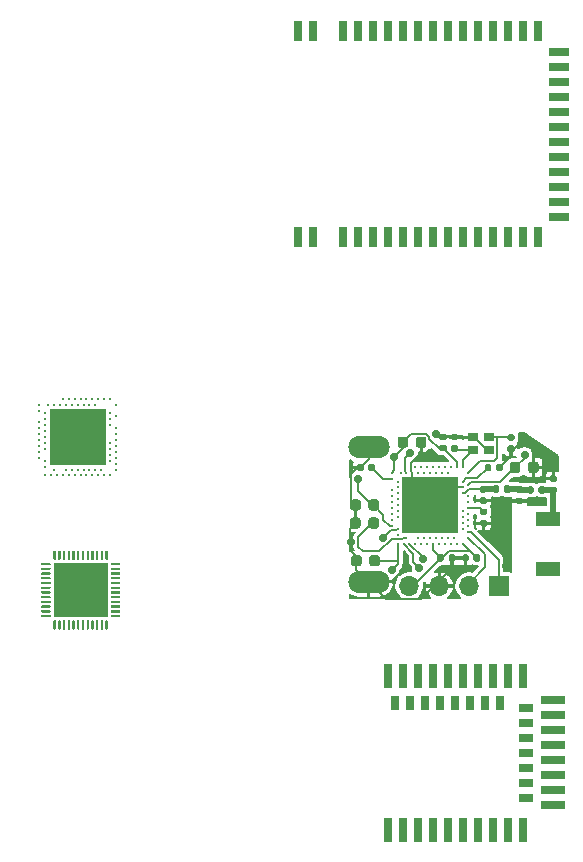
<source format=gtl>
%TF.GenerationSoftware,KiCad,Pcbnew,(5.1.9)-1*%
%TF.CreationDate,2021-01-28T22:38:16+08:00*%
%TF.ProjectId,NRF52840,4e524635-3238-4343-902e-6b696361645f,rev?*%
%TF.SameCoordinates,Original*%
%TF.FileFunction,Copper,L1,Top*%
%TF.FilePolarity,Positive*%
%FSLAX46Y46*%
G04 Gerber Fmt 4.6, Leading zero omitted, Abs format (unit mm)*
G04 Created by KiCad (PCBNEW (5.1.9)-1) date 2021-01-28 22:38:17*
%MOMM*%
%LPD*%
G01*
G04 APERTURE LIST*
%TA.AperFunction,SMDPad,CuDef*%
%ADD10R,4.600000X4.600000*%
%TD*%
%TA.AperFunction,SMDPad,CuDef*%
%ADD11R,0.700000X1.800000*%
%TD*%
%TA.AperFunction,SMDPad,CuDef*%
%ADD12R,1.800000X0.700000*%
%TD*%
%TA.AperFunction,SMDPad,CuDef*%
%ADD13R,4.850000X4.850000*%
%TD*%
%TA.AperFunction,SMDPad,CuDef*%
%ADD14C,0.250000*%
%TD*%
%TA.AperFunction,SMDPad,CuDef*%
%ADD15R,0.800000X1.200000*%
%TD*%
%TA.AperFunction,SMDPad,CuDef*%
%ADD16R,1.200000X0.800000*%
%TD*%
%TA.AperFunction,SMDPad,CuDef*%
%ADD17R,2.000000X0.800000*%
%TD*%
%TA.AperFunction,SMDPad,CuDef*%
%ADD18R,0.800000X2.000000*%
%TD*%
%TA.AperFunction,SMDPad,CuDef*%
%ADD19R,2.000000X1.200000*%
%TD*%
%TA.AperFunction,SMDPad,CuDef*%
%ADD20R,0.900000X0.800000*%
%TD*%
%TA.AperFunction,ComponentPad*%
%ADD21O,3.500000X1.900000*%
%TD*%
%TA.AperFunction,ComponentPad*%
%ADD22O,1.700000X1.700000*%
%TD*%
%TA.AperFunction,ComponentPad*%
%ADD23R,1.700000X1.700000*%
%TD*%
%TA.AperFunction,ViaPad*%
%ADD24C,0.700000*%
%TD*%
%TA.AperFunction,Conductor*%
%ADD25C,0.500000*%
%TD*%
%TA.AperFunction,Conductor*%
%ADD26C,0.200000*%
%TD*%
%TA.AperFunction,Conductor*%
%ADD27C,0.127000*%
%TD*%
%TA.AperFunction,Conductor*%
%ADD28C,0.100000*%
%TD*%
G04 APERTURE END LIST*
D10*
%TO.P,REF\u002A\u002A,49*%
%TO.N,N/C*%
X67691000Y-145796000D03*
%TO.P,REF\u002A\u002A,48*%
%TA.AperFunction,SMDPad,CuDef*%
G36*
G01*
X70291000Y-143496000D02*
X70991000Y-143496000D01*
G75*
G02*
X71041000Y-143546000I0J-50000D01*
G01*
X71041000Y-143646000D01*
G75*
G02*
X70991000Y-143696000I-50000J0D01*
G01*
X70291000Y-143696000D01*
G75*
G02*
X70241000Y-143646000I0J50000D01*
G01*
X70241000Y-143546000D01*
G75*
G02*
X70291000Y-143496000I50000J0D01*
G01*
G37*
%TD.AperFunction*%
%TO.P,REF\u002A\u002A,47*%
%TA.AperFunction,SMDPad,CuDef*%
G36*
G01*
X70291000Y-143896000D02*
X70991000Y-143896000D01*
G75*
G02*
X71041000Y-143946000I0J-50000D01*
G01*
X71041000Y-144046000D01*
G75*
G02*
X70991000Y-144096000I-50000J0D01*
G01*
X70291000Y-144096000D01*
G75*
G02*
X70241000Y-144046000I0J50000D01*
G01*
X70241000Y-143946000D01*
G75*
G02*
X70291000Y-143896000I50000J0D01*
G01*
G37*
%TD.AperFunction*%
%TO.P,REF\u002A\u002A,46*%
%TA.AperFunction,SMDPad,CuDef*%
G36*
G01*
X70291000Y-144296000D02*
X70991000Y-144296000D01*
G75*
G02*
X71041000Y-144346000I0J-50000D01*
G01*
X71041000Y-144446000D01*
G75*
G02*
X70991000Y-144496000I-50000J0D01*
G01*
X70291000Y-144496000D01*
G75*
G02*
X70241000Y-144446000I0J50000D01*
G01*
X70241000Y-144346000D01*
G75*
G02*
X70291000Y-144296000I50000J0D01*
G01*
G37*
%TD.AperFunction*%
%TO.P,REF\u002A\u002A,45*%
%TA.AperFunction,SMDPad,CuDef*%
G36*
G01*
X70291000Y-144696000D02*
X70991000Y-144696000D01*
G75*
G02*
X71041000Y-144746000I0J-50000D01*
G01*
X71041000Y-144846000D01*
G75*
G02*
X70991000Y-144896000I-50000J0D01*
G01*
X70291000Y-144896000D01*
G75*
G02*
X70241000Y-144846000I0J50000D01*
G01*
X70241000Y-144746000D01*
G75*
G02*
X70291000Y-144696000I50000J0D01*
G01*
G37*
%TD.AperFunction*%
%TO.P,REF\u002A\u002A,44*%
%TA.AperFunction,SMDPad,CuDef*%
G36*
G01*
X70291000Y-145096000D02*
X70991000Y-145096000D01*
G75*
G02*
X71041000Y-145146000I0J-50000D01*
G01*
X71041000Y-145246000D01*
G75*
G02*
X70991000Y-145296000I-50000J0D01*
G01*
X70291000Y-145296000D01*
G75*
G02*
X70241000Y-145246000I0J50000D01*
G01*
X70241000Y-145146000D01*
G75*
G02*
X70291000Y-145096000I50000J0D01*
G01*
G37*
%TD.AperFunction*%
%TO.P,REF\u002A\u002A,43*%
%TA.AperFunction,SMDPad,CuDef*%
G36*
G01*
X70291000Y-145496000D02*
X70991000Y-145496000D01*
G75*
G02*
X71041000Y-145546000I0J-50000D01*
G01*
X71041000Y-145646000D01*
G75*
G02*
X70991000Y-145696000I-50000J0D01*
G01*
X70291000Y-145696000D01*
G75*
G02*
X70241000Y-145646000I0J50000D01*
G01*
X70241000Y-145546000D01*
G75*
G02*
X70291000Y-145496000I50000J0D01*
G01*
G37*
%TD.AperFunction*%
%TO.P,REF\u002A\u002A,42*%
%TA.AperFunction,SMDPad,CuDef*%
G36*
G01*
X70291000Y-145896000D02*
X70991000Y-145896000D01*
G75*
G02*
X71041000Y-145946000I0J-50000D01*
G01*
X71041000Y-146046000D01*
G75*
G02*
X70991000Y-146096000I-50000J0D01*
G01*
X70291000Y-146096000D01*
G75*
G02*
X70241000Y-146046000I0J50000D01*
G01*
X70241000Y-145946000D01*
G75*
G02*
X70291000Y-145896000I50000J0D01*
G01*
G37*
%TD.AperFunction*%
%TO.P,REF\u002A\u002A,41*%
%TA.AperFunction,SMDPad,CuDef*%
G36*
G01*
X70291000Y-146296000D02*
X70991000Y-146296000D01*
G75*
G02*
X71041000Y-146346000I0J-50000D01*
G01*
X71041000Y-146446000D01*
G75*
G02*
X70991000Y-146496000I-50000J0D01*
G01*
X70291000Y-146496000D01*
G75*
G02*
X70241000Y-146446000I0J50000D01*
G01*
X70241000Y-146346000D01*
G75*
G02*
X70291000Y-146296000I50000J0D01*
G01*
G37*
%TD.AperFunction*%
%TO.P,REF\u002A\u002A,40*%
%TA.AperFunction,SMDPad,CuDef*%
G36*
G01*
X70291000Y-146696000D02*
X70991000Y-146696000D01*
G75*
G02*
X71041000Y-146746000I0J-50000D01*
G01*
X71041000Y-146846000D01*
G75*
G02*
X70991000Y-146896000I-50000J0D01*
G01*
X70291000Y-146896000D01*
G75*
G02*
X70241000Y-146846000I0J50000D01*
G01*
X70241000Y-146746000D01*
G75*
G02*
X70291000Y-146696000I50000J0D01*
G01*
G37*
%TD.AperFunction*%
%TO.P,REF\u002A\u002A,39*%
%TA.AperFunction,SMDPad,CuDef*%
G36*
G01*
X70291000Y-147096000D02*
X70991000Y-147096000D01*
G75*
G02*
X71041000Y-147146000I0J-50000D01*
G01*
X71041000Y-147246000D01*
G75*
G02*
X70991000Y-147296000I-50000J0D01*
G01*
X70291000Y-147296000D01*
G75*
G02*
X70241000Y-147246000I0J50000D01*
G01*
X70241000Y-147146000D01*
G75*
G02*
X70291000Y-147096000I50000J0D01*
G01*
G37*
%TD.AperFunction*%
%TO.P,REF\u002A\u002A,38*%
%TA.AperFunction,SMDPad,CuDef*%
G36*
G01*
X70291000Y-147496000D02*
X70991000Y-147496000D01*
G75*
G02*
X71041000Y-147546000I0J-50000D01*
G01*
X71041000Y-147646000D01*
G75*
G02*
X70991000Y-147696000I-50000J0D01*
G01*
X70291000Y-147696000D01*
G75*
G02*
X70241000Y-147646000I0J50000D01*
G01*
X70241000Y-147546000D01*
G75*
G02*
X70291000Y-147496000I50000J0D01*
G01*
G37*
%TD.AperFunction*%
%TO.P,REF\u002A\u002A,37*%
%TA.AperFunction,SMDPad,CuDef*%
G36*
G01*
X70291000Y-147896000D02*
X70991000Y-147896000D01*
G75*
G02*
X71041000Y-147946000I0J-50000D01*
G01*
X71041000Y-148046000D01*
G75*
G02*
X70991000Y-148096000I-50000J0D01*
G01*
X70291000Y-148096000D01*
G75*
G02*
X70241000Y-148046000I0J50000D01*
G01*
X70241000Y-147946000D01*
G75*
G02*
X70291000Y-147896000I50000J0D01*
G01*
G37*
%TD.AperFunction*%
%TO.P,REF\u002A\u002A,36*%
%TA.AperFunction,SMDPad,CuDef*%
G36*
G01*
X69841000Y-148346000D02*
X69941000Y-148346000D01*
G75*
G02*
X69991000Y-148396000I0J-50000D01*
G01*
X69991000Y-149096000D01*
G75*
G02*
X69941000Y-149146000I-50000J0D01*
G01*
X69841000Y-149146000D01*
G75*
G02*
X69791000Y-149096000I0J50000D01*
G01*
X69791000Y-148396000D01*
G75*
G02*
X69841000Y-148346000I50000J0D01*
G01*
G37*
%TD.AperFunction*%
%TO.P,REF\u002A\u002A,35*%
%TA.AperFunction,SMDPad,CuDef*%
G36*
G01*
X69441000Y-148346000D02*
X69541000Y-148346000D01*
G75*
G02*
X69591000Y-148396000I0J-50000D01*
G01*
X69591000Y-149096000D01*
G75*
G02*
X69541000Y-149146000I-50000J0D01*
G01*
X69441000Y-149146000D01*
G75*
G02*
X69391000Y-149096000I0J50000D01*
G01*
X69391000Y-148396000D01*
G75*
G02*
X69441000Y-148346000I50000J0D01*
G01*
G37*
%TD.AperFunction*%
%TO.P,REF\u002A\u002A,34*%
%TA.AperFunction,SMDPad,CuDef*%
G36*
G01*
X69041000Y-148346000D02*
X69141000Y-148346000D01*
G75*
G02*
X69191000Y-148396000I0J-50000D01*
G01*
X69191000Y-149096000D01*
G75*
G02*
X69141000Y-149146000I-50000J0D01*
G01*
X69041000Y-149146000D01*
G75*
G02*
X68991000Y-149096000I0J50000D01*
G01*
X68991000Y-148396000D01*
G75*
G02*
X69041000Y-148346000I50000J0D01*
G01*
G37*
%TD.AperFunction*%
%TO.P,REF\u002A\u002A,33*%
%TA.AperFunction,SMDPad,CuDef*%
G36*
G01*
X68641000Y-148346000D02*
X68741000Y-148346000D01*
G75*
G02*
X68791000Y-148396000I0J-50000D01*
G01*
X68791000Y-149096000D01*
G75*
G02*
X68741000Y-149146000I-50000J0D01*
G01*
X68641000Y-149146000D01*
G75*
G02*
X68591000Y-149096000I0J50000D01*
G01*
X68591000Y-148396000D01*
G75*
G02*
X68641000Y-148346000I50000J0D01*
G01*
G37*
%TD.AperFunction*%
%TO.P,REF\u002A\u002A,32*%
%TA.AperFunction,SMDPad,CuDef*%
G36*
G01*
X68241000Y-148346000D02*
X68341000Y-148346000D01*
G75*
G02*
X68391000Y-148396000I0J-50000D01*
G01*
X68391000Y-149096000D01*
G75*
G02*
X68341000Y-149146000I-50000J0D01*
G01*
X68241000Y-149146000D01*
G75*
G02*
X68191000Y-149096000I0J50000D01*
G01*
X68191000Y-148396000D01*
G75*
G02*
X68241000Y-148346000I50000J0D01*
G01*
G37*
%TD.AperFunction*%
%TO.P,REF\u002A\u002A,31*%
%TA.AperFunction,SMDPad,CuDef*%
G36*
G01*
X67841000Y-148346000D02*
X67941000Y-148346000D01*
G75*
G02*
X67991000Y-148396000I0J-50000D01*
G01*
X67991000Y-149096000D01*
G75*
G02*
X67941000Y-149146000I-50000J0D01*
G01*
X67841000Y-149146000D01*
G75*
G02*
X67791000Y-149096000I0J50000D01*
G01*
X67791000Y-148396000D01*
G75*
G02*
X67841000Y-148346000I50000J0D01*
G01*
G37*
%TD.AperFunction*%
%TO.P,REF\u002A\u002A,30*%
%TA.AperFunction,SMDPad,CuDef*%
G36*
G01*
X67441000Y-148346000D02*
X67541000Y-148346000D01*
G75*
G02*
X67591000Y-148396000I0J-50000D01*
G01*
X67591000Y-149096000D01*
G75*
G02*
X67541000Y-149146000I-50000J0D01*
G01*
X67441000Y-149146000D01*
G75*
G02*
X67391000Y-149096000I0J50000D01*
G01*
X67391000Y-148396000D01*
G75*
G02*
X67441000Y-148346000I50000J0D01*
G01*
G37*
%TD.AperFunction*%
%TO.P,REF\u002A\u002A,29*%
%TA.AperFunction,SMDPad,CuDef*%
G36*
G01*
X67041000Y-148346000D02*
X67141000Y-148346000D01*
G75*
G02*
X67191000Y-148396000I0J-50000D01*
G01*
X67191000Y-149096000D01*
G75*
G02*
X67141000Y-149146000I-50000J0D01*
G01*
X67041000Y-149146000D01*
G75*
G02*
X66991000Y-149096000I0J50000D01*
G01*
X66991000Y-148396000D01*
G75*
G02*
X67041000Y-148346000I50000J0D01*
G01*
G37*
%TD.AperFunction*%
%TO.P,REF\u002A\u002A,28*%
%TA.AperFunction,SMDPad,CuDef*%
G36*
G01*
X66641000Y-148346000D02*
X66741000Y-148346000D01*
G75*
G02*
X66791000Y-148396000I0J-50000D01*
G01*
X66791000Y-149096000D01*
G75*
G02*
X66741000Y-149146000I-50000J0D01*
G01*
X66641000Y-149146000D01*
G75*
G02*
X66591000Y-149096000I0J50000D01*
G01*
X66591000Y-148396000D01*
G75*
G02*
X66641000Y-148346000I50000J0D01*
G01*
G37*
%TD.AperFunction*%
%TO.P,REF\u002A\u002A,27*%
%TA.AperFunction,SMDPad,CuDef*%
G36*
G01*
X66241000Y-148346000D02*
X66341000Y-148346000D01*
G75*
G02*
X66391000Y-148396000I0J-50000D01*
G01*
X66391000Y-149096000D01*
G75*
G02*
X66341000Y-149146000I-50000J0D01*
G01*
X66241000Y-149146000D01*
G75*
G02*
X66191000Y-149096000I0J50000D01*
G01*
X66191000Y-148396000D01*
G75*
G02*
X66241000Y-148346000I50000J0D01*
G01*
G37*
%TD.AperFunction*%
%TO.P,REF\u002A\u002A,26*%
%TA.AperFunction,SMDPad,CuDef*%
G36*
G01*
X65841000Y-148346000D02*
X65941000Y-148346000D01*
G75*
G02*
X65991000Y-148396000I0J-50000D01*
G01*
X65991000Y-149096000D01*
G75*
G02*
X65941000Y-149146000I-50000J0D01*
G01*
X65841000Y-149146000D01*
G75*
G02*
X65791000Y-149096000I0J50000D01*
G01*
X65791000Y-148396000D01*
G75*
G02*
X65841000Y-148346000I50000J0D01*
G01*
G37*
%TD.AperFunction*%
%TO.P,REF\u002A\u002A,25*%
%TA.AperFunction,SMDPad,CuDef*%
G36*
G01*
X65441000Y-148346000D02*
X65541000Y-148346000D01*
G75*
G02*
X65591000Y-148396000I0J-50000D01*
G01*
X65591000Y-149096000D01*
G75*
G02*
X65541000Y-149146000I-50000J0D01*
G01*
X65441000Y-149146000D01*
G75*
G02*
X65391000Y-149096000I0J50000D01*
G01*
X65391000Y-148396000D01*
G75*
G02*
X65441000Y-148346000I50000J0D01*
G01*
G37*
%TD.AperFunction*%
%TO.P,REF\u002A\u002A,24*%
%TA.AperFunction,SMDPad,CuDef*%
G36*
G01*
X64391000Y-147896000D02*
X65091000Y-147896000D01*
G75*
G02*
X65141000Y-147946000I0J-50000D01*
G01*
X65141000Y-148046000D01*
G75*
G02*
X65091000Y-148096000I-50000J0D01*
G01*
X64391000Y-148096000D01*
G75*
G02*
X64341000Y-148046000I0J50000D01*
G01*
X64341000Y-147946000D01*
G75*
G02*
X64391000Y-147896000I50000J0D01*
G01*
G37*
%TD.AperFunction*%
%TO.P,REF\u002A\u002A,23*%
%TA.AperFunction,SMDPad,CuDef*%
G36*
G01*
X64391000Y-147496000D02*
X65091000Y-147496000D01*
G75*
G02*
X65141000Y-147546000I0J-50000D01*
G01*
X65141000Y-147646000D01*
G75*
G02*
X65091000Y-147696000I-50000J0D01*
G01*
X64391000Y-147696000D01*
G75*
G02*
X64341000Y-147646000I0J50000D01*
G01*
X64341000Y-147546000D01*
G75*
G02*
X64391000Y-147496000I50000J0D01*
G01*
G37*
%TD.AperFunction*%
%TO.P,REF\u002A\u002A,22*%
%TA.AperFunction,SMDPad,CuDef*%
G36*
G01*
X64391000Y-147096000D02*
X65091000Y-147096000D01*
G75*
G02*
X65141000Y-147146000I0J-50000D01*
G01*
X65141000Y-147246000D01*
G75*
G02*
X65091000Y-147296000I-50000J0D01*
G01*
X64391000Y-147296000D01*
G75*
G02*
X64341000Y-147246000I0J50000D01*
G01*
X64341000Y-147146000D01*
G75*
G02*
X64391000Y-147096000I50000J0D01*
G01*
G37*
%TD.AperFunction*%
%TO.P,REF\u002A\u002A,21*%
%TA.AperFunction,SMDPad,CuDef*%
G36*
G01*
X64391000Y-146696000D02*
X65091000Y-146696000D01*
G75*
G02*
X65141000Y-146746000I0J-50000D01*
G01*
X65141000Y-146846000D01*
G75*
G02*
X65091000Y-146896000I-50000J0D01*
G01*
X64391000Y-146896000D01*
G75*
G02*
X64341000Y-146846000I0J50000D01*
G01*
X64341000Y-146746000D01*
G75*
G02*
X64391000Y-146696000I50000J0D01*
G01*
G37*
%TD.AperFunction*%
%TO.P,REF\u002A\u002A,20*%
%TA.AperFunction,SMDPad,CuDef*%
G36*
G01*
X64391000Y-146296000D02*
X65091000Y-146296000D01*
G75*
G02*
X65141000Y-146346000I0J-50000D01*
G01*
X65141000Y-146446000D01*
G75*
G02*
X65091000Y-146496000I-50000J0D01*
G01*
X64391000Y-146496000D01*
G75*
G02*
X64341000Y-146446000I0J50000D01*
G01*
X64341000Y-146346000D01*
G75*
G02*
X64391000Y-146296000I50000J0D01*
G01*
G37*
%TD.AperFunction*%
%TO.P,REF\u002A\u002A,19*%
%TA.AperFunction,SMDPad,CuDef*%
G36*
G01*
X64391000Y-145896000D02*
X65091000Y-145896000D01*
G75*
G02*
X65141000Y-145946000I0J-50000D01*
G01*
X65141000Y-146046000D01*
G75*
G02*
X65091000Y-146096000I-50000J0D01*
G01*
X64391000Y-146096000D01*
G75*
G02*
X64341000Y-146046000I0J50000D01*
G01*
X64341000Y-145946000D01*
G75*
G02*
X64391000Y-145896000I50000J0D01*
G01*
G37*
%TD.AperFunction*%
%TO.P,REF\u002A\u002A,18*%
%TA.AperFunction,SMDPad,CuDef*%
G36*
G01*
X64391000Y-145496000D02*
X65091000Y-145496000D01*
G75*
G02*
X65141000Y-145546000I0J-50000D01*
G01*
X65141000Y-145646000D01*
G75*
G02*
X65091000Y-145696000I-50000J0D01*
G01*
X64391000Y-145696000D01*
G75*
G02*
X64341000Y-145646000I0J50000D01*
G01*
X64341000Y-145546000D01*
G75*
G02*
X64391000Y-145496000I50000J0D01*
G01*
G37*
%TD.AperFunction*%
%TO.P,REF\u002A\u002A,17*%
%TA.AperFunction,SMDPad,CuDef*%
G36*
G01*
X64391000Y-145096000D02*
X65091000Y-145096000D01*
G75*
G02*
X65141000Y-145146000I0J-50000D01*
G01*
X65141000Y-145246000D01*
G75*
G02*
X65091000Y-145296000I-50000J0D01*
G01*
X64391000Y-145296000D01*
G75*
G02*
X64341000Y-145246000I0J50000D01*
G01*
X64341000Y-145146000D01*
G75*
G02*
X64391000Y-145096000I50000J0D01*
G01*
G37*
%TD.AperFunction*%
%TO.P,REF\u002A\u002A,16*%
%TA.AperFunction,SMDPad,CuDef*%
G36*
G01*
X64391000Y-144696000D02*
X65091000Y-144696000D01*
G75*
G02*
X65141000Y-144746000I0J-50000D01*
G01*
X65141000Y-144846000D01*
G75*
G02*
X65091000Y-144896000I-50000J0D01*
G01*
X64391000Y-144896000D01*
G75*
G02*
X64341000Y-144846000I0J50000D01*
G01*
X64341000Y-144746000D01*
G75*
G02*
X64391000Y-144696000I50000J0D01*
G01*
G37*
%TD.AperFunction*%
%TO.P,REF\u002A\u002A,15*%
%TA.AperFunction,SMDPad,CuDef*%
G36*
G01*
X64391000Y-144296000D02*
X65091000Y-144296000D01*
G75*
G02*
X65141000Y-144346000I0J-50000D01*
G01*
X65141000Y-144446000D01*
G75*
G02*
X65091000Y-144496000I-50000J0D01*
G01*
X64391000Y-144496000D01*
G75*
G02*
X64341000Y-144446000I0J50000D01*
G01*
X64341000Y-144346000D01*
G75*
G02*
X64391000Y-144296000I50000J0D01*
G01*
G37*
%TD.AperFunction*%
%TO.P,REF\u002A\u002A,14*%
%TA.AperFunction,SMDPad,CuDef*%
G36*
G01*
X64391000Y-143896000D02*
X65091000Y-143896000D01*
G75*
G02*
X65141000Y-143946000I0J-50000D01*
G01*
X65141000Y-144046000D01*
G75*
G02*
X65091000Y-144096000I-50000J0D01*
G01*
X64391000Y-144096000D01*
G75*
G02*
X64341000Y-144046000I0J50000D01*
G01*
X64341000Y-143946000D01*
G75*
G02*
X64391000Y-143896000I50000J0D01*
G01*
G37*
%TD.AperFunction*%
%TO.P,REF\u002A\u002A,13*%
%TA.AperFunction,SMDPad,CuDef*%
G36*
G01*
X64391000Y-143496000D02*
X65091000Y-143496000D01*
G75*
G02*
X65141000Y-143546000I0J-50000D01*
G01*
X65141000Y-143646000D01*
G75*
G02*
X65091000Y-143696000I-50000J0D01*
G01*
X64391000Y-143696000D01*
G75*
G02*
X64341000Y-143646000I0J50000D01*
G01*
X64341000Y-143546000D01*
G75*
G02*
X64391000Y-143496000I50000J0D01*
G01*
G37*
%TD.AperFunction*%
%TO.P,REF\u002A\u002A,12*%
%TA.AperFunction,SMDPad,CuDef*%
G36*
G01*
X65441000Y-142446000D02*
X65541000Y-142446000D01*
G75*
G02*
X65591000Y-142496000I0J-50000D01*
G01*
X65591000Y-143196000D01*
G75*
G02*
X65541000Y-143246000I-50000J0D01*
G01*
X65441000Y-143246000D01*
G75*
G02*
X65391000Y-143196000I0J50000D01*
G01*
X65391000Y-142496000D01*
G75*
G02*
X65441000Y-142446000I50000J0D01*
G01*
G37*
%TD.AperFunction*%
%TO.P,REF\u002A\u002A,11*%
%TA.AperFunction,SMDPad,CuDef*%
G36*
G01*
X65841000Y-142446000D02*
X65941000Y-142446000D01*
G75*
G02*
X65991000Y-142496000I0J-50000D01*
G01*
X65991000Y-143196000D01*
G75*
G02*
X65941000Y-143246000I-50000J0D01*
G01*
X65841000Y-143246000D01*
G75*
G02*
X65791000Y-143196000I0J50000D01*
G01*
X65791000Y-142496000D01*
G75*
G02*
X65841000Y-142446000I50000J0D01*
G01*
G37*
%TD.AperFunction*%
%TO.P,REF\u002A\u002A,10*%
%TA.AperFunction,SMDPad,CuDef*%
G36*
G01*
X66241000Y-142446000D02*
X66341000Y-142446000D01*
G75*
G02*
X66391000Y-142496000I0J-50000D01*
G01*
X66391000Y-143196000D01*
G75*
G02*
X66341000Y-143246000I-50000J0D01*
G01*
X66241000Y-143246000D01*
G75*
G02*
X66191000Y-143196000I0J50000D01*
G01*
X66191000Y-142496000D01*
G75*
G02*
X66241000Y-142446000I50000J0D01*
G01*
G37*
%TD.AperFunction*%
%TO.P,REF\u002A\u002A,9*%
%TA.AperFunction,SMDPad,CuDef*%
G36*
G01*
X66641000Y-142446000D02*
X66741000Y-142446000D01*
G75*
G02*
X66791000Y-142496000I0J-50000D01*
G01*
X66791000Y-143196000D01*
G75*
G02*
X66741000Y-143246000I-50000J0D01*
G01*
X66641000Y-143246000D01*
G75*
G02*
X66591000Y-143196000I0J50000D01*
G01*
X66591000Y-142496000D01*
G75*
G02*
X66641000Y-142446000I50000J0D01*
G01*
G37*
%TD.AperFunction*%
%TO.P,REF\u002A\u002A,8*%
%TA.AperFunction,SMDPad,CuDef*%
G36*
G01*
X67041000Y-142446000D02*
X67141000Y-142446000D01*
G75*
G02*
X67191000Y-142496000I0J-50000D01*
G01*
X67191000Y-143196000D01*
G75*
G02*
X67141000Y-143246000I-50000J0D01*
G01*
X67041000Y-143246000D01*
G75*
G02*
X66991000Y-143196000I0J50000D01*
G01*
X66991000Y-142496000D01*
G75*
G02*
X67041000Y-142446000I50000J0D01*
G01*
G37*
%TD.AperFunction*%
%TO.P,REF\u002A\u002A,7*%
%TA.AperFunction,SMDPad,CuDef*%
G36*
G01*
X67441000Y-142446000D02*
X67541000Y-142446000D01*
G75*
G02*
X67591000Y-142496000I0J-50000D01*
G01*
X67591000Y-143196000D01*
G75*
G02*
X67541000Y-143246000I-50000J0D01*
G01*
X67441000Y-143246000D01*
G75*
G02*
X67391000Y-143196000I0J50000D01*
G01*
X67391000Y-142496000D01*
G75*
G02*
X67441000Y-142446000I50000J0D01*
G01*
G37*
%TD.AperFunction*%
%TO.P,REF\u002A\u002A,6*%
%TA.AperFunction,SMDPad,CuDef*%
G36*
G01*
X67841000Y-142446000D02*
X67941000Y-142446000D01*
G75*
G02*
X67991000Y-142496000I0J-50000D01*
G01*
X67991000Y-143196000D01*
G75*
G02*
X67941000Y-143246000I-50000J0D01*
G01*
X67841000Y-143246000D01*
G75*
G02*
X67791000Y-143196000I0J50000D01*
G01*
X67791000Y-142496000D01*
G75*
G02*
X67841000Y-142446000I50000J0D01*
G01*
G37*
%TD.AperFunction*%
%TO.P,REF\u002A\u002A,5*%
%TA.AperFunction,SMDPad,CuDef*%
G36*
G01*
X68241000Y-142446000D02*
X68341000Y-142446000D01*
G75*
G02*
X68391000Y-142496000I0J-50000D01*
G01*
X68391000Y-143196000D01*
G75*
G02*
X68341000Y-143246000I-50000J0D01*
G01*
X68241000Y-143246000D01*
G75*
G02*
X68191000Y-143196000I0J50000D01*
G01*
X68191000Y-142496000D01*
G75*
G02*
X68241000Y-142446000I50000J0D01*
G01*
G37*
%TD.AperFunction*%
%TO.P,REF\u002A\u002A,4*%
%TA.AperFunction,SMDPad,CuDef*%
G36*
G01*
X68641000Y-142446000D02*
X68741000Y-142446000D01*
G75*
G02*
X68791000Y-142496000I0J-50000D01*
G01*
X68791000Y-143196000D01*
G75*
G02*
X68741000Y-143246000I-50000J0D01*
G01*
X68641000Y-143246000D01*
G75*
G02*
X68591000Y-143196000I0J50000D01*
G01*
X68591000Y-142496000D01*
G75*
G02*
X68641000Y-142446000I50000J0D01*
G01*
G37*
%TD.AperFunction*%
%TO.P,REF\u002A\u002A,3*%
%TA.AperFunction,SMDPad,CuDef*%
G36*
G01*
X69041000Y-142446000D02*
X69141000Y-142446000D01*
G75*
G02*
X69191000Y-142496000I0J-50000D01*
G01*
X69191000Y-143196000D01*
G75*
G02*
X69141000Y-143246000I-50000J0D01*
G01*
X69041000Y-143246000D01*
G75*
G02*
X68991000Y-143196000I0J50000D01*
G01*
X68991000Y-142496000D01*
G75*
G02*
X69041000Y-142446000I50000J0D01*
G01*
G37*
%TD.AperFunction*%
%TO.P,REF\u002A\u002A,2*%
%TA.AperFunction,SMDPad,CuDef*%
G36*
G01*
X69441000Y-142446000D02*
X69541000Y-142446000D01*
G75*
G02*
X69591000Y-142496000I0J-50000D01*
G01*
X69591000Y-143196000D01*
G75*
G02*
X69541000Y-143246000I-50000J0D01*
G01*
X69441000Y-143246000D01*
G75*
G02*
X69391000Y-143196000I0J50000D01*
G01*
X69391000Y-142496000D01*
G75*
G02*
X69441000Y-142446000I50000J0D01*
G01*
G37*
%TD.AperFunction*%
%TO.P,REF\u002A\u002A,1*%
%TA.AperFunction,SMDPad,CuDef*%
G36*
G01*
X69841000Y-142446000D02*
X69941000Y-142446000D01*
G75*
G02*
X69991000Y-142496000I0J-50000D01*
G01*
X69991000Y-143196000D01*
G75*
G02*
X69941000Y-143246000I-50000J0D01*
G01*
X69841000Y-143246000D01*
G75*
G02*
X69791000Y-143196000I0J50000D01*
G01*
X69791000Y-142496000D01*
G75*
G02*
X69841000Y-142446000I50000J0D01*
G01*
G37*
%TD.AperFunction*%
%TD*%
D11*
%TO.P,REF\u002A\u002A,43*%
%TO.N,N/C*%
X86133000Y-98438000D03*
%TO.P,REF\u002A\u002A,42*%
X87403000Y-98438000D03*
%TO.P,REF\u002A\u002A,41*%
X89943000Y-98438000D03*
%TO.P,REF\u002A\u002A,40*%
X91213000Y-98438000D03*
%TO.P,REF\u002A\u002A,39*%
X92483000Y-98438000D03*
%TO.P,REF\u002A\u002A,38*%
X93753000Y-98438000D03*
%TO.P,REF\u002A\u002A,37*%
X95023000Y-98438000D03*
%TO.P,REF\u002A\u002A,36*%
X96293000Y-98438000D03*
%TO.P,REF\u002A\u002A,35*%
X97563000Y-98438000D03*
%TO.P,REF\u002A\u002A,34*%
X98833000Y-98438000D03*
%TO.P,REF\u002A\u002A,33*%
X100103000Y-98438000D03*
%TO.P,REF\u002A\u002A,32*%
X101373000Y-98438000D03*
%TO.P,REF\u002A\u002A,31*%
X102643000Y-98438000D03*
%TO.P,REF\u002A\u002A,30*%
X103913000Y-98438000D03*
%TO.P,REF\u002A\u002A,29*%
X105183000Y-98438000D03*
%TO.P,REF\u002A\u002A,28*%
X106453000Y-98438000D03*
D12*
%TO.P,REF\u002A\u002A,27*%
X108203000Y-100203000D03*
%TO.P,REF\u002A\u002A,26*%
X108203000Y-101473000D03*
%TO.P,REF\u002A\u002A,25*%
X108203000Y-102743000D03*
%TO.P,REF\u002A\u002A,24*%
X108203000Y-104013000D03*
%TO.P,REF\u002A\u002A,23*%
X108203000Y-105283000D03*
%TO.P,REF\u002A\u002A,22*%
X108203000Y-106553000D03*
%TO.P,REF\u002A\u002A,21*%
X108203000Y-107823000D03*
%TO.P,REF\u002A\u002A,20*%
X108203000Y-109093000D03*
%TO.P,REF\u002A\u002A,19*%
X108203000Y-110363000D03*
%TO.P,REF\u002A\u002A,18*%
X108203000Y-111633000D03*
%TO.P,REF\u002A\u002A,17*%
X108203000Y-112903000D03*
%TO.P,REF\u002A\u002A,16*%
X108203000Y-114173000D03*
D11*
%TO.P,REF\u002A\u002A,15*%
X106453000Y-115938000D03*
%TO.P,REF\u002A\u002A,14*%
X105183000Y-115938000D03*
%TO.P,REF\u002A\u002A,13*%
X103913000Y-115938000D03*
%TO.P,REF\u002A\u002A,12*%
X102643000Y-115938000D03*
%TO.P,REF\u002A\u002A,11*%
X101373000Y-115938000D03*
%TO.P,REF\u002A\u002A,10*%
X100103000Y-115938000D03*
%TO.P,REF\u002A\u002A,9*%
X98833000Y-115938000D03*
%TO.P,REF\u002A\u002A,8*%
X97563000Y-115938000D03*
%TO.P,REF\u002A\u002A,7*%
X96293000Y-115938000D03*
%TO.P,REF\u002A\u002A,6*%
X95023000Y-115938000D03*
%TO.P,REF\u002A\u002A,5*%
X93753000Y-115938000D03*
%TO.P,REF\u002A\u002A,4*%
X92483000Y-115938000D03*
%TO.P,REF\u002A\u002A,3*%
X91213000Y-115938000D03*
%TO.P,REF\u002A\u002A,2*%
X89943000Y-115938000D03*
%TO.P,REF\u002A\u002A,1*%
X87403000Y-115938000D03*
%TO.P,REF\u002A\u002A,0*%
X86133000Y-115938000D03*
%TD*%
D13*
%TO.P,REF\u002A\u002A,EP*%
%TO.N,N/C*%
X67437000Y-132842000D03*
D14*
%TO.P,REF\u002A\u002A,B24*%
X70687000Y-130092000D03*
%TO.P,REF\u002A\u002A,D23*%
X70187000Y-130842000D03*
%TO.P,REF\u002A\u002A,A8*%
X66187000Y-129592000D03*
%TO.P,REF\u002A\u002A,B3*%
X64937000Y-130092000D03*
%TO.P,REF\u002A\u002A,AC21*%
X69437000Y-135592000D03*
%TO.P,REF\u002A\u002A,AD23*%
X70187000Y-136092000D03*
%TO.P,REF\u002A\u002A,AD2*%
X64687000Y-136092000D03*
%TO.P,REF\u002A\u002A,AB2*%
X64687000Y-135342000D03*
%TO.P,REF\u002A\u002A,Y2*%
X64687000Y-134842000D03*
%TO.P,REF\u002A\u002A,W1*%
X64187000Y-134592000D03*
%TO.P,REF\u002A\u002A,U1*%
X64187000Y-134092000D03*
%TO.P,REF\u002A\u002A,R1*%
X64187000Y-133592000D03*
%TO.P,REF\u002A\u002A,N1*%
X64187000Y-133092000D03*
%TO.P,REF\u002A\u002A,L1*%
X64187000Y-132592000D03*
%TO.P,REF\u002A\u002A,J1*%
X64187000Y-132092000D03*
%TO.P,REF\u002A\u002A,G1*%
X64187000Y-131592000D03*
%TO.P,REF\u002A\u002A,T2*%
X64687000Y-133842000D03*
%TO.P,REF\u002A\u002A,P2*%
X64687000Y-133342000D03*
%TO.P,REF\u002A\u002A,M2*%
X64687000Y-132842000D03*
%TO.P,REF\u002A\u002A,K2*%
X64687000Y-132342000D03*
%TO.P,REF\u002A\u002A,H2*%
X64687000Y-131842000D03*
%TO.P,REF\u002A\u002A,F2*%
X64687000Y-131342000D03*
%TO.P,REF\u002A\u002A,C1*%
X64187000Y-130592000D03*
%TO.P,REF\u002A\u002A,D2*%
X64687000Y-130842000D03*
%TO.P,REF\u002A\u002A,B1*%
X64187000Y-130092000D03*
%TO.P,REF\u002A\u002A,AD4*%
X65187000Y-136092000D03*
%TO.P,REF\u002A\u002A,AD6*%
X65687000Y-136092000D03*
%TO.P,REF\u002A\u002A,AD8*%
X66187000Y-136092000D03*
%TO.P,REF\u002A\u002A,AD10*%
X66687000Y-136092000D03*
%TO.P,REF\u002A\u002A,AD12*%
X67187000Y-136092000D03*
%TO.P,REF\u002A\u002A,AD14*%
X67687000Y-136092000D03*
%TO.P,REF\u002A\u002A,AD16*%
X68187000Y-136092000D03*
%TO.P,REF\u002A\u002A,AD18*%
X68687000Y-136092000D03*
%TO.P,REF\u002A\u002A,AD20*%
X69187000Y-136092000D03*
%TO.P,REF\u002A\u002A,AD22*%
X69687000Y-136092000D03*
%TO.P,REF\u002A\u002A,AC19*%
X68937000Y-135592000D03*
%TO.P,REF\u002A\u002A,AC17*%
X68437000Y-135592000D03*
%TO.P,REF\u002A\u002A,AC15*%
X67937000Y-135592000D03*
%TO.P,REF\u002A\u002A,AC13*%
X67437000Y-135592000D03*
%TO.P,REF\u002A\u002A,AC11*%
X66937000Y-135592000D03*
%TO.P,REF\u002A\u002A,AC9*%
X66437000Y-135592000D03*
%TO.P,REF\u002A\u002A,AC5*%
X65437000Y-135592000D03*
%TO.P,REF\u002A\u002A,B5*%
X65437000Y-130092000D03*
%TO.P,REF\u002A\u002A,B7*%
X65937000Y-130092000D03*
%TO.P,REF\u002A\u002A,B9*%
X66437000Y-130092000D03*
%TO.P,REF\u002A\u002A,B11*%
X66937000Y-130092000D03*
%TO.P,REF\u002A\u002A,B13*%
X67437000Y-130092000D03*
%TO.P,REF\u002A\u002A,B15*%
X67937000Y-130092000D03*
%TO.P,REF\u002A\u002A,B17*%
X68437000Y-130092000D03*
%TO.P,REF\u002A\u002A,B19*%
X68937000Y-130092000D03*
%TO.P,REF\u002A\u002A,A10*%
X66687000Y-129592000D03*
%TO.P,REF\u002A\u002A,A12*%
X67187000Y-129592000D03*
%TO.P,REF\u002A\u002A,A14*%
X67687000Y-129592000D03*
%TO.P,REF\u002A\u002A,A16*%
X68187000Y-129592000D03*
%TO.P,REF\u002A\u002A,A18*%
X68687000Y-129592000D03*
%TO.P,REF\u002A\u002A,A20*%
X69187000Y-129592000D03*
%TO.P,REF\u002A\u002A,A22*%
X69687000Y-129592000D03*
%TO.P,REF\u002A\u002A,A23*%
X70187000Y-129592000D03*
%TO.P,REF\u002A\u002A,F23*%
X70187000Y-131342000D03*
%TO.P,REF\u002A\u002A,H23*%
X70187000Y-131842000D03*
%TO.P,REF\u002A\u002A,P23*%
X70187000Y-133342000D03*
%TO.P,REF\u002A\u002A,T23*%
X70187000Y-133842000D03*
%TO.P,REF\u002A\u002A,V23*%
X70187000Y-134342000D03*
%TO.P,REF\u002A\u002A,Y23*%
X70187000Y-134842000D03*
%TO.P,REF\u002A\u002A,E24*%
X70687000Y-131092000D03*
%TO.P,REF\u002A\u002A,J24*%
X70687000Y-132092000D03*
%TO.P,REF\u002A\u002A,L24*%
X70687000Y-132592000D03*
%TO.P,REF\u002A\u002A,N24*%
X70687000Y-133092000D03*
%TO.P,REF\u002A\u002A,R24*%
X70687000Y-133592000D03*
%TO.P,REF\u002A\u002A,U24*%
X70687000Y-134092000D03*
%TO.P,REF\u002A\u002A,W24*%
X70687000Y-134592000D03*
%TO.P,REF\u002A\u002A,AA24*%
X70687000Y-135092000D03*
%TO.P,REF\u002A\u002A,AC24*%
X70687000Y-135592000D03*
%TD*%
D15*
%TO.P,NRF52840,28*%
%TO.N,N/C*%
X103207820Y-155376880D03*
%TO.P,NRF52840,30*%
X101937820Y-155376880D03*
%TO.P,NRF52840,32*%
X100667820Y-155376880D03*
%TO.P,NRF52840,34*%
X99397820Y-155376880D03*
%TO.P,NRF52840,36*%
X98127820Y-155376880D03*
%TO.P,NRF52840,38*%
X96857820Y-155376880D03*
%TO.P,NRF52840,40*%
X95587820Y-155376880D03*
%TO.P,NRF52840,42*%
X94317820Y-155376880D03*
D16*
%TO.P,NRF52840,24*%
X105415080Y-155770580D03*
%TO.P,NRF52840,22*%
X105415080Y-157040580D03*
%TO.P,NRF52840,20*%
X105415080Y-158310580D03*
%TO.P,NRF52840,18*%
X105415080Y-159580580D03*
%TO.P,NRF52840,16*%
X105415080Y-160850580D03*
%TO.P,NRF52840,14*%
X105415080Y-162120580D03*
%TO.P,NRF52840,12*%
X105415080Y-163390580D03*
D17*
%TO.P,NRF52840,25*%
X107711240Y-155133040D03*
%TO.P,NRF52840,23*%
X107711240Y-156403040D03*
%TO.P,NRF52840,21*%
X107711240Y-157673040D03*
%TO.P,NRF52840,19*%
X107711240Y-158943040D03*
%TO.P,NRF52840,17*%
X107711240Y-160213040D03*
%TO.P,NRF52840,15*%
X107711240Y-161483040D03*
%TO.P,NRF52840,13*%
X107711240Y-162753040D03*
%TO.P,NRF52840,11*%
X107711240Y-164023040D03*
D18*
%TO.P,NRF52840,26*%
X105115360Y-153078180D03*
%TO.P,NRF52840,27*%
X103845360Y-153078180D03*
%TO.P,NRF52840,29*%
X102575360Y-153078180D03*
%TO.P,NRF52840,31*%
X101305360Y-153078180D03*
%TO.P,NRF52840,33*%
X100035360Y-153078180D03*
%TO.P,NRF52840,35*%
X98765360Y-153078180D03*
%TO.P,NRF52840,37*%
X97495360Y-153078180D03*
%TO.P,NRF52840,39*%
X96225360Y-153078180D03*
%TO.P,NRF52840,41*%
X94955360Y-153078180D03*
%TO.P,NRF52840,43*%
X93685360Y-153078180D03*
%TO.P,NRF52840,10*%
X105115360Y-166077900D03*
%TO.P,NRF52840,9*%
X103845360Y-166077900D03*
%TO.P,NRF52840,8*%
X102575360Y-166077900D03*
%TO.P,NRF52840,7*%
X101305360Y-166077900D03*
%TO.P,NRF52840,6*%
X100035360Y-166077900D03*
%TO.P,NRF52840,5*%
X98765360Y-166077900D03*
%TO.P,NRF52840,4*%
X97495360Y-166077900D03*
%TO.P,NRF52840,3*%
X96225360Y-166077900D03*
%TO.P,NRF52840,2*%
X94955360Y-166077900D03*
%TO.P,NRF52840,1*%
X93685360Y-166077900D03*
%TD*%
D19*
%TO.P,AE,*%
%TO.N,*%
X107241040Y-144036840D03*
%TO.P,AE,1*%
%TO.N,Net-(AE1-Pad1)*%
X107241040Y-139736840D03*
%TD*%
D13*
%TO.P,U1,EP*%
%TO.N,GND*%
X97279160Y-138606540D03*
D14*
%TO.P,U1,B24*%
%TO.N,Net-(C1-Pad2)*%
X100529160Y-135856540D03*
%TO.P,U1,D23*%
%TO.N,Net-(C11-Pad2)*%
X100029160Y-136606540D03*
%TO.P,U1,A8*%
%TO.N,N/C*%
X96029160Y-135356540D03*
%TO.P,U1,B3*%
X94779160Y-135856540D03*
%TO.P,U1,AC21*%
X99279160Y-141356540D03*
%TO.P,U1,AD23*%
%TO.N,+3V3*%
X100029160Y-141856540D03*
%TO.P,U1,AD2*%
%TO.N,+5V*%
X94529160Y-141856540D03*
%TO.P,U1,AB2*%
%TO.N,N/C*%
X94529160Y-141106540D03*
%TO.P,U1,Y2*%
%TO.N,+5V*%
X94529160Y-140606540D03*
%TO.P,U1,W1*%
%TO.N,+3V3*%
X94029160Y-140356540D03*
%TO.P,U1,U1*%
%TO.N,N/C*%
X94029160Y-139856540D03*
%TO.P,U1,R1*%
X94029160Y-139356540D03*
%TO.P,U1,N1*%
X94029160Y-138856540D03*
%TO.P,U1,L1*%
X94029160Y-138356540D03*
%TO.P,U1,J1*%
X94029160Y-137856540D03*
%TO.P,U1,G1*%
X94029160Y-137356540D03*
%TO.P,U1,T2*%
X94529160Y-139606540D03*
%TO.P,U1,P2*%
X94529160Y-139106540D03*
%TO.P,U1,M2*%
X94529160Y-138606540D03*
%TO.P,U1,K2*%
X94529160Y-138106540D03*
%TO.P,U1,H2*%
X94529160Y-137606540D03*
%TO.P,U1,F2*%
X94529160Y-137106540D03*
%TO.P,U1,C1*%
%TO.N,Net-(C5-Pad1)*%
X94029160Y-136356540D03*
%TO.P,U1,D2*%
%TO.N,N/C*%
X94529160Y-136606540D03*
%TO.P,U1,B1*%
%TO.N,+3V3*%
X94029160Y-135856540D03*
%TO.P,U1,AD4*%
%TO.N,D-*%
X95029160Y-141856540D03*
%TO.P,U1,AD6*%
%TO.N,D+*%
X95529160Y-141856540D03*
%TO.P,U1,AD8*%
%TO.N,N/C*%
X96029160Y-141856540D03*
%TO.P,U1,AD10*%
X96529160Y-141856540D03*
%TO.P,U1,AD12*%
X97029160Y-141856540D03*
%TO.P,U1,AD14*%
%TO.N,+3V3*%
X97529160Y-141856540D03*
%TO.P,U1,AD16*%
%TO.N,N/C*%
X98029160Y-141856540D03*
%TO.P,U1,AD18*%
X98529160Y-141856540D03*
%TO.P,U1,AD20*%
X99029160Y-141856540D03*
%TO.P,U1,AD22*%
X99529160Y-141856540D03*
%TO.P,U1,AC19*%
X98779160Y-141356540D03*
%TO.P,U1,AC17*%
X98279160Y-141356540D03*
%TO.P,U1,AC15*%
X97779160Y-141356540D03*
%TO.P,U1,AC13*%
X97279160Y-141356540D03*
%TO.P,U1,AC11*%
X96779160Y-141356540D03*
%TO.P,U1,AC9*%
X96279160Y-141356540D03*
%TO.P,U1,AC5*%
%TO.N,Net-(C20-Pad1)*%
X95279160Y-141356540D03*
%TO.P,U1,B5*%
%TO.N,Net-(C15-Pad1)*%
X95279160Y-135856540D03*
%TO.P,U1,B7*%
%TO.N,GND*%
X95779160Y-135856540D03*
%TO.P,U1,B9*%
%TO.N,N/C*%
X96279160Y-135856540D03*
%TO.P,U1,B11*%
X96779160Y-135856540D03*
%TO.P,U1,B13*%
X97279160Y-135856540D03*
%TO.P,U1,B15*%
X97779160Y-135856540D03*
%TO.P,U1,B17*%
X98279160Y-135856540D03*
%TO.P,U1,B19*%
X98779160Y-135856540D03*
%TO.P,U1,A10*%
X96529160Y-135356540D03*
%TO.P,U1,A12*%
X97029160Y-135356540D03*
%TO.P,U1,A14*%
X97529160Y-135356540D03*
%TO.P,U1,A16*%
X98029160Y-135356540D03*
%TO.P,U1,A18*%
X98529160Y-135356540D03*
%TO.P,U1,A20*%
X99029160Y-135356540D03*
%TO.P,U1,A22*%
%TO.N,+3V3*%
X99529160Y-135356540D03*
%TO.P,U1,A23*%
%TO.N,Net-(C2-Pad2)*%
X100029160Y-135356540D03*
%TO.P,U1,F23*%
%TO.N,GND*%
X100029160Y-137106540D03*
%TO.P,U1,H23*%
%TO.N,Net-(C3-Pad2)*%
X100029160Y-137606540D03*
%TO.P,U1,P23*%
%TO.N,N/C*%
X100029160Y-139106540D03*
%TO.P,U1,T23*%
X100029160Y-139606540D03*
%TO.P,U1,V23*%
X100029160Y-140106540D03*
%TO.P,U1,Y23*%
X100029160Y-140606540D03*
%TO.P,U1,E24*%
%TO.N,Net-(C15-Pad1)*%
X100529160Y-136856540D03*
%TO.P,U1,J24*%
%TO.N,N/C*%
X100529160Y-137856540D03*
%TO.P,U1,L24*%
X100529160Y-138356540D03*
%TO.P,U1,N24*%
%TO.N,Net-(C9-Pad1)*%
X100529160Y-138856540D03*
%TO.P,U1,R24*%
%TO.N,N/C*%
X100529160Y-139356540D03*
%TO.P,U1,U24*%
X100529160Y-139856540D03*
%TO.P,U1,W24*%
X100529160Y-140356540D03*
%TO.P,U1,AA24*%
%TO.N,SWDCLK*%
X100529160Y-140856540D03*
%TO.P,U1,AC24*%
%TO.N,SWDIO*%
X100529160Y-141356540D03*
%TD*%
D20*
%TO.P,Y1,4*%
%TO.N,GND*%
X100869220Y-132872400D03*
%TO.P,Y1,3*%
%TO.N,Net-(C1-Pad2)*%
X102269220Y-132872400D03*
%TO.P,Y1,2*%
%TO.N,GND*%
X102269220Y-133972400D03*
%TO.P,Y1,1*%
%TO.N,Net-(C2-Pad2)*%
X100869220Y-133972400D03*
%TD*%
%TO.P,R1,2*%
%TO.N,Net-(C4-Pad1)*%
%TA.AperFunction,SMDPad,CuDef*%
G36*
G01*
X106055520Y-137151300D02*
X106055520Y-137491300D01*
G75*
G02*
X105915520Y-137631300I-140000J0D01*
G01*
X105635520Y-137631300D01*
G75*
G02*
X105495520Y-137491300I0J140000D01*
G01*
X105495520Y-137151300D01*
G75*
G02*
X105635520Y-137011300I140000J0D01*
G01*
X105915520Y-137011300D01*
G75*
G02*
X106055520Y-137151300I0J-140000D01*
G01*
G37*
%TD.AperFunction*%
%TO.P,R1,1*%
%TO.N,Net-(AE1-Pad1)*%
%TA.AperFunction,SMDPad,CuDef*%
G36*
G01*
X107015520Y-137151300D02*
X107015520Y-137491300D01*
G75*
G02*
X106875520Y-137631300I-140000J0D01*
G01*
X106595520Y-137631300D01*
G75*
G02*
X106455520Y-137491300I0J140000D01*
G01*
X106455520Y-137151300D01*
G75*
G02*
X106595520Y-137011300I140000J0D01*
G01*
X106875520Y-137011300D01*
G75*
G02*
X107015520Y-137151300I0J-140000D01*
G01*
G37*
%TD.AperFunction*%
%TD*%
%TO.P,L1,2*%
%TO.N,Net-(C3-Pad2)*%
%TA.AperFunction,SMDPad,CuDef*%
G36*
G01*
X103144520Y-137075140D02*
X103144520Y-137420140D01*
G75*
G02*
X102997020Y-137567640I-147500J0D01*
G01*
X102702020Y-137567640D01*
G75*
G02*
X102554520Y-137420140I0J147500D01*
G01*
X102554520Y-137075140D01*
G75*
G02*
X102702020Y-136927640I147500J0D01*
G01*
X102997020Y-136927640D01*
G75*
G02*
X103144520Y-137075140I0J-147500D01*
G01*
G37*
%TD.AperFunction*%
%TO.P,L1,1*%
%TO.N,Net-(C4-Pad1)*%
%TA.AperFunction,SMDPad,CuDef*%
G36*
G01*
X104114520Y-137075140D02*
X104114520Y-137420140D01*
G75*
G02*
X103967020Y-137567640I-147500J0D01*
G01*
X103672020Y-137567640D01*
G75*
G02*
X103524520Y-137420140I0J147500D01*
G01*
X103524520Y-137075140D01*
G75*
G02*
X103672020Y-136927640I147500J0D01*
G01*
X103967020Y-136927640D01*
G75*
G02*
X104114520Y-137075140I0J-147500D01*
G01*
G37*
%TD.AperFunction*%
%TD*%
D21*
%TO.P,J2,5*%
%TO.N,GND*%
X92068440Y-145091400D03*
X92068440Y-133691400D03*
%TD*%
D22*
%TO.P,SWD,4*%
%TO.N,+3V3*%
X95501460Y-145453100D03*
%TO.P,SWD,3*%
%TO.N,GND*%
X98041460Y-145453100D03*
%TO.P,SWD,2*%
%TO.N,SWDIO*%
X100581460Y-145453100D03*
D23*
%TO.P,SWD,1*%
%TO.N,SWDCLK*%
X103121460Y-145453100D03*
%TD*%
%TO.P,C26,2*%
%TO.N,GND*%
%TA.AperFunction,SMDPad,CuDef*%
G36*
G01*
X107870780Y-136633620D02*
X107530780Y-136633620D01*
G75*
G02*
X107390780Y-136493620I0J140000D01*
G01*
X107390780Y-136213620D01*
G75*
G02*
X107530780Y-136073620I140000J0D01*
G01*
X107870780Y-136073620D01*
G75*
G02*
X108010780Y-136213620I0J-140000D01*
G01*
X108010780Y-136493620D01*
G75*
G02*
X107870780Y-136633620I-140000J0D01*
G01*
G37*
%TD.AperFunction*%
%TO.P,C26,1*%
%TO.N,Net-(AE1-Pad1)*%
%TA.AperFunction,SMDPad,CuDef*%
G36*
G01*
X107870780Y-137593620D02*
X107530780Y-137593620D01*
G75*
G02*
X107390780Y-137453620I0J140000D01*
G01*
X107390780Y-137173620D01*
G75*
G02*
X107530780Y-137033620I140000J0D01*
G01*
X107870780Y-137033620D01*
G75*
G02*
X108010780Y-137173620I0J-140000D01*
G01*
X108010780Y-137453620D01*
G75*
G02*
X107870780Y-137593620I-140000J0D01*
G01*
G37*
%TD.AperFunction*%
%TD*%
%TO.P,C20,2*%
%TO.N,GND*%
%TA.AperFunction,SMDPad,CuDef*%
G36*
G01*
X91396940Y-139869100D02*
X91396940Y-140369100D01*
G75*
G02*
X91171940Y-140594100I-225000J0D01*
G01*
X90721940Y-140594100D01*
G75*
G02*
X90496940Y-140369100I0J225000D01*
G01*
X90496940Y-139869100D01*
G75*
G02*
X90721940Y-139644100I225000J0D01*
G01*
X91171940Y-139644100D01*
G75*
G02*
X91396940Y-139869100I0J-225000D01*
G01*
G37*
%TD.AperFunction*%
%TO.P,C20,1*%
%TO.N,Net-(C20-Pad1)*%
%TA.AperFunction,SMDPad,CuDef*%
G36*
G01*
X92946940Y-139869100D02*
X92946940Y-140369100D01*
G75*
G02*
X92721940Y-140594100I-225000J0D01*
G01*
X92271940Y-140594100D01*
G75*
G02*
X92046940Y-140369100I0J225000D01*
G01*
X92046940Y-139869100D01*
G75*
G02*
X92271940Y-139644100I225000J0D01*
G01*
X92721940Y-139644100D01*
G75*
G02*
X92946940Y-139869100I0J-225000D01*
G01*
G37*
%TD.AperFunction*%
%TD*%
%TO.P,C19,2*%
%TO.N,GND*%
%TA.AperFunction,SMDPad,CuDef*%
G36*
G01*
X91483000Y-143053000D02*
X91483000Y-143553000D01*
G75*
G02*
X91258000Y-143778000I-225000J0D01*
G01*
X90808000Y-143778000D01*
G75*
G02*
X90583000Y-143553000I0J225000D01*
G01*
X90583000Y-143053000D01*
G75*
G02*
X90808000Y-142828000I225000J0D01*
G01*
X91258000Y-142828000D01*
G75*
G02*
X91483000Y-143053000I0J-225000D01*
G01*
G37*
%TD.AperFunction*%
%TO.P,C19,1*%
%TO.N,+5V*%
%TA.AperFunction,SMDPad,CuDef*%
G36*
G01*
X93033000Y-143053000D02*
X93033000Y-143553000D01*
G75*
G02*
X92808000Y-143778000I-225000J0D01*
G01*
X92358000Y-143778000D01*
G75*
G02*
X92133000Y-143553000I0J225000D01*
G01*
X92133000Y-143053000D01*
G75*
G02*
X92358000Y-142828000I225000J0D01*
G01*
X92808000Y-142828000D01*
G75*
G02*
X93033000Y-143053000I0J-225000D01*
G01*
G37*
%TD.AperFunction*%
%TD*%
%TO.P,C15,2*%
%TO.N,GND*%
%TA.AperFunction,SMDPad,CuDef*%
G36*
G01*
X105574680Y-135658680D02*
X105574680Y-135158680D01*
G75*
G02*
X105799680Y-134933680I225000J0D01*
G01*
X106249680Y-134933680D01*
G75*
G02*
X106474680Y-135158680I0J-225000D01*
G01*
X106474680Y-135658680D01*
G75*
G02*
X106249680Y-135883680I-225000J0D01*
G01*
X105799680Y-135883680D01*
G75*
G02*
X105574680Y-135658680I0J225000D01*
G01*
G37*
%TD.AperFunction*%
%TO.P,C15,1*%
%TO.N,Net-(C15-Pad1)*%
%TA.AperFunction,SMDPad,CuDef*%
G36*
G01*
X104024680Y-135658680D02*
X104024680Y-135158680D01*
G75*
G02*
X104249680Y-134933680I225000J0D01*
G01*
X104699680Y-134933680D01*
G75*
G02*
X104924680Y-135158680I0J-225000D01*
G01*
X104924680Y-135658680D01*
G75*
G02*
X104699680Y-135883680I-225000J0D01*
G01*
X104249680Y-135883680D01*
G75*
G02*
X104024680Y-135658680I0J225000D01*
G01*
G37*
%TD.AperFunction*%
%TD*%
%TO.P,C14,2*%
%TO.N,GND*%
%TA.AperFunction,SMDPad,CuDef*%
G36*
G01*
X96072540Y-133530160D02*
X96072540Y-133030160D01*
G75*
G02*
X96297540Y-132805160I225000J0D01*
G01*
X96747540Y-132805160D01*
G75*
G02*
X96972540Y-133030160I0J-225000D01*
G01*
X96972540Y-133530160D01*
G75*
G02*
X96747540Y-133755160I-225000J0D01*
G01*
X96297540Y-133755160D01*
G75*
G02*
X96072540Y-133530160I0J225000D01*
G01*
G37*
%TD.AperFunction*%
%TO.P,C14,1*%
%TO.N,+3V3*%
%TA.AperFunction,SMDPad,CuDef*%
G36*
G01*
X94522540Y-133530160D02*
X94522540Y-133030160D01*
G75*
G02*
X94747540Y-132805160I225000J0D01*
G01*
X95197540Y-132805160D01*
G75*
G02*
X95422540Y-133030160I0J-225000D01*
G01*
X95422540Y-133530160D01*
G75*
G02*
X95197540Y-133755160I-225000J0D01*
G01*
X94747540Y-133755160D01*
G75*
G02*
X94522540Y-133530160I0J225000D01*
G01*
G37*
%TD.AperFunction*%
%TD*%
%TO.P,C12,2*%
%TO.N,GND*%
%TA.AperFunction,SMDPad,CuDef*%
G36*
G01*
X98534040Y-133099200D02*
X98194040Y-133099200D01*
G75*
G02*
X98054040Y-132959200I0J140000D01*
G01*
X98054040Y-132679200D01*
G75*
G02*
X98194040Y-132539200I140000J0D01*
G01*
X98534040Y-132539200D01*
G75*
G02*
X98674040Y-132679200I0J-140000D01*
G01*
X98674040Y-132959200D01*
G75*
G02*
X98534040Y-133099200I-140000J0D01*
G01*
G37*
%TD.AperFunction*%
%TO.P,C12,1*%
%TO.N,+3V3*%
%TA.AperFunction,SMDPad,CuDef*%
G36*
G01*
X98534040Y-134059200D02*
X98194040Y-134059200D01*
G75*
G02*
X98054040Y-133919200I0J140000D01*
G01*
X98054040Y-133639200D01*
G75*
G02*
X98194040Y-133499200I140000J0D01*
G01*
X98534040Y-133499200D01*
G75*
G02*
X98674040Y-133639200I0J-140000D01*
G01*
X98674040Y-133919200D01*
G75*
G02*
X98534040Y-134059200I-140000J0D01*
G01*
G37*
%TD.AperFunction*%
%TD*%
%TO.P,C11,2*%
%TO.N,Net-(C11-Pad2)*%
%TA.AperFunction,SMDPad,CuDef*%
G36*
G01*
X102451260Y-135274240D02*
X102451260Y-135614240D01*
G75*
G02*
X102311260Y-135754240I-140000J0D01*
G01*
X102031260Y-135754240D01*
G75*
G02*
X101891260Y-135614240I0J140000D01*
G01*
X101891260Y-135274240D01*
G75*
G02*
X102031260Y-135134240I140000J0D01*
G01*
X102311260Y-135134240D01*
G75*
G02*
X102451260Y-135274240I0J-140000D01*
G01*
G37*
%TD.AperFunction*%
%TO.P,C11,1*%
%TO.N,GND*%
%TA.AperFunction,SMDPad,CuDef*%
G36*
G01*
X103411260Y-135274240D02*
X103411260Y-135614240D01*
G75*
G02*
X103271260Y-135754240I-140000J0D01*
G01*
X102991260Y-135754240D01*
G75*
G02*
X102851260Y-135614240I0J140000D01*
G01*
X102851260Y-135274240D01*
G75*
G02*
X102991260Y-135134240I140000J0D01*
G01*
X103271260Y-135134240D01*
G75*
G02*
X103411260Y-135274240I0J-140000D01*
G01*
G37*
%TD.AperFunction*%
%TD*%
%TO.P,C9,2*%
%TO.N,GND*%
%TA.AperFunction,SMDPad,CuDef*%
G36*
G01*
X101645600Y-139858100D02*
X101985600Y-139858100D01*
G75*
G02*
X102125600Y-139998100I0J-140000D01*
G01*
X102125600Y-140278100D01*
G75*
G02*
X101985600Y-140418100I-140000J0D01*
G01*
X101645600Y-140418100D01*
G75*
G02*
X101505600Y-140278100I0J140000D01*
G01*
X101505600Y-139998100D01*
G75*
G02*
X101645600Y-139858100I140000J0D01*
G01*
G37*
%TD.AperFunction*%
%TO.P,C9,1*%
%TO.N,Net-(C9-Pad1)*%
%TA.AperFunction,SMDPad,CuDef*%
G36*
G01*
X101645600Y-138898100D02*
X101985600Y-138898100D01*
G75*
G02*
X102125600Y-139038100I0J-140000D01*
G01*
X102125600Y-139318100D01*
G75*
G02*
X101985600Y-139458100I-140000J0D01*
G01*
X101645600Y-139458100D01*
G75*
G02*
X101505600Y-139318100I0J140000D01*
G01*
X101505600Y-139038100D01*
G75*
G02*
X101645600Y-138898100I140000J0D01*
G01*
G37*
%TD.AperFunction*%
%TD*%
%TO.P,C8,2*%
%TO.N,GND*%
%TA.AperFunction,SMDPad,CuDef*%
G36*
G01*
X100546260Y-142909480D02*
X100546260Y-143249480D01*
G75*
G02*
X100406260Y-143389480I-140000J0D01*
G01*
X100126260Y-143389480D01*
G75*
G02*
X99986260Y-143249480I0J140000D01*
G01*
X99986260Y-142909480D01*
G75*
G02*
X100126260Y-142769480I140000J0D01*
G01*
X100406260Y-142769480D01*
G75*
G02*
X100546260Y-142909480I0J-140000D01*
G01*
G37*
%TD.AperFunction*%
%TO.P,C8,1*%
%TO.N,+3V3*%
%TA.AperFunction,SMDPad,CuDef*%
G36*
G01*
X101506260Y-142909480D02*
X101506260Y-143249480D01*
G75*
G02*
X101366260Y-143389480I-140000J0D01*
G01*
X101086260Y-143389480D01*
G75*
G02*
X100946260Y-143249480I0J140000D01*
G01*
X100946260Y-142909480D01*
G75*
G02*
X101086260Y-142769480I140000J0D01*
G01*
X101366260Y-142769480D01*
G75*
G02*
X101506260Y-142909480I0J-140000D01*
G01*
G37*
%TD.AperFunction*%
%TD*%
%TO.P,C7,2*%
%TO.N,GND*%
%TA.AperFunction,SMDPad,CuDef*%
G36*
G01*
X98858380Y-143241860D02*
X98858380Y-142901860D01*
G75*
G02*
X98998380Y-142761860I140000J0D01*
G01*
X99278380Y-142761860D01*
G75*
G02*
X99418380Y-142901860I0J-140000D01*
G01*
X99418380Y-143241860D01*
G75*
G02*
X99278380Y-143381860I-140000J0D01*
G01*
X98998380Y-143381860D01*
G75*
G02*
X98858380Y-143241860I0J140000D01*
G01*
G37*
%TD.AperFunction*%
%TO.P,C7,1*%
%TO.N,+3V3*%
%TA.AperFunction,SMDPad,CuDef*%
G36*
G01*
X97898380Y-143241860D02*
X97898380Y-142901860D01*
G75*
G02*
X98038380Y-142761860I140000J0D01*
G01*
X98318380Y-142761860D01*
G75*
G02*
X98458380Y-142901860I0J-140000D01*
G01*
X98458380Y-143241860D01*
G75*
G02*
X98318380Y-143381860I-140000J0D01*
G01*
X98038380Y-143381860D01*
G75*
G02*
X97898380Y-143241860I0J140000D01*
G01*
G37*
%TD.AperFunction*%
%TD*%
%TO.P,C6,2*%
%TO.N,GND*%
%TA.AperFunction,SMDPad,CuDef*%
G36*
G01*
X91411880Y-138341300D02*
X91411880Y-138841300D01*
G75*
G02*
X91186880Y-139066300I-225000J0D01*
G01*
X90736880Y-139066300D01*
G75*
G02*
X90511880Y-138841300I0J225000D01*
G01*
X90511880Y-138341300D01*
G75*
G02*
X90736880Y-138116300I225000J0D01*
G01*
X91186880Y-138116300D01*
G75*
G02*
X91411880Y-138341300I0J-225000D01*
G01*
G37*
%TD.AperFunction*%
%TO.P,C6,1*%
%TO.N,+3V3*%
%TA.AperFunction,SMDPad,CuDef*%
G36*
G01*
X92961880Y-138341300D02*
X92961880Y-138841300D01*
G75*
G02*
X92736880Y-139066300I-225000J0D01*
G01*
X92286880Y-139066300D01*
G75*
G02*
X92061880Y-138841300I0J225000D01*
G01*
X92061880Y-138341300D01*
G75*
G02*
X92286880Y-138116300I225000J0D01*
G01*
X92736880Y-138116300D01*
G75*
G02*
X92961880Y-138341300I0J-225000D01*
G01*
G37*
%TD.AperFunction*%
%TD*%
%TO.P,C5,2*%
%TO.N,GND*%
%TA.AperFunction,SMDPad,CuDef*%
G36*
G01*
X91658800Y-135246300D02*
X91658800Y-135586300D01*
G75*
G02*
X91518800Y-135726300I-140000J0D01*
G01*
X91238800Y-135726300D01*
G75*
G02*
X91098800Y-135586300I0J140000D01*
G01*
X91098800Y-135246300D01*
G75*
G02*
X91238800Y-135106300I140000J0D01*
G01*
X91518800Y-135106300D01*
G75*
G02*
X91658800Y-135246300I0J-140000D01*
G01*
G37*
%TD.AperFunction*%
%TO.P,C5,1*%
%TO.N,Net-(C5-Pad1)*%
%TA.AperFunction,SMDPad,CuDef*%
G36*
G01*
X92618800Y-135246300D02*
X92618800Y-135586300D01*
G75*
G02*
X92478800Y-135726300I-140000J0D01*
G01*
X92198800Y-135726300D01*
G75*
G02*
X92058800Y-135586300I0J140000D01*
G01*
X92058800Y-135246300D01*
G75*
G02*
X92198800Y-135106300I140000J0D01*
G01*
X92478800Y-135106300D01*
G75*
G02*
X92618800Y-135246300I0J-140000D01*
G01*
G37*
%TD.AperFunction*%
%TD*%
%TO.P,C4,2*%
%TO.N,GND*%
%TA.AperFunction,SMDPad,CuDef*%
G36*
G01*
X104668200Y-137965800D02*
X105008200Y-137965800D01*
G75*
G02*
X105148200Y-138105800I0J-140000D01*
G01*
X105148200Y-138385800D01*
G75*
G02*
X105008200Y-138525800I-140000J0D01*
G01*
X104668200Y-138525800D01*
G75*
G02*
X104528200Y-138385800I0J140000D01*
G01*
X104528200Y-138105800D01*
G75*
G02*
X104668200Y-137965800I140000J0D01*
G01*
G37*
%TD.AperFunction*%
%TO.P,C4,1*%
%TO.N,Net-(C4-Pad1)*%
%TA.AperFunction,SMDPad,CuDef*%
G36*
G01*
X104668200Y-137005800D02*
X105008200Y-137005800D01*
G75*
G02*
X105148200Y-137145800I0J-140000D01*
G01*
X105148200Y-137425800D01*
G75*
G02*
X105008200Y-137565800I-140000J0D01*
G01*
X104668200Y-137565800D01*
G75*
G02*
X104528200Y-137425800I0J140000D01*
G01*
X104528200Y-137145800D01*
G75*
G02*
X104668200Y-137005800I140000J0D01*
G01*
G37*
%TD.AperFunction*%
%TD*%
%TO.P,C3,2*%
%TO.N,Net-(C3-Pad2)*%
%TA.AperFunction,SMDPad,CuDef*%
G36*
G01*
X101950040Y-137540400D02*
X101610040Y-137540400D01*
G75*
G02*
X101470040Y-137400400I0J140000D01*
G01*
X101470040Y-137120400D01*
G75*
G02*
X101610040Y-136980400I140000J0D01*
G01*
X101950040Y-136980400D01*
G75*
G02*
X102090040Y-137120400I0J-140000D01*
G01*
X102090040Y-137400400D01*
G75*
G02*
X101950040Y-137540400I-140000J0D01*
G01*
G37*
%TD.AperFunction*%
%TO.P,C3,1*%
%TO.N,GND*%
%TA.AperFunction,SMDPad,CuDef*%
G36*
G01*
X101950040Y-138500400D02*
X101610040Y-138500400D01*
G75*
G02*
X101470040Y-138360400I0J140000D01*
G01*
X101470040Y-138080400D01*
G75*
G02*
X101610040Y-137940400I140000J0D01*
G01*
X101950040Y-137940400D01*
G75*
G02*
X102090040Y-138080400I0J-140000D01*
G01*
X102090040Y-138360400D01*
G75*
G02*
X101950040Y-138500400I-140000J0D01*
G01*
G37*
%TD.AperFunction*%
%TD*%
%TO.P,C2,2*%
%TO.N,Net-(C2-Pad2)*%
%TA.AperFunction,SMDPad,CuDef*%
G36*
G01*
X99171640Y-133518260D02*
X99511640Y-133518260D01*
G75*
G02*
X99651640Y-133658260I0J-140000D01*
G01*
X99651640Y-133938260D01*
G75*
G02*
X99511640Y-134078260I-140000J0D01*
G01*
X99171640Y-134078260D01*
G75*
G02*
X99031640Y-133938260I0J140000D01*
G01*
X99031640Y-133658260D01*
G75*
G02*
X99171640Y-133518260I140000J0D01*
G01*
G37*
%TD.AperFunction*%
%TO.P,C2,1*%
%TO.N,GND*%
%TA.AperFunction,SMDPad,CuDef*%
G36*
G01*
X99171640Y-132558260D02*
X99511640Y-132558260D01*
G75*
G02*
X99651640Y-132698260I0J-140000D01*
G01*
X99651640Y-132978260D01*
G75*
G02*
X99511640Y-133118260I-140000J0D01*
G01*
X99171640Y-133118260D01*
G75*
G02*
X99031640Y-132978260I0J140000D01*
G01*
X99031640Y-132698260D01*
G75*
G02*
X99171640Y-132558260I140000J0D01*
G01*
G37*
%TD.AperFunction*%
%TD*%
%TO.P,C1,2*%
%TO.N,Net-(C1-Pad2)*%
%TA.AperFunction,SMDPad,CuDef*%
G36*
G01*
X104297000Y-133150000D02*
X103957000Y-133150000D01*
G75*
G02*
X103817000Y-133010000I0J140000D01*
G01*
X103817000Y-132730000D01*
G75*
G02*
X103957000Y-132590000I140000J0D01*
G01*
X104297000Y-132590000D01*
G75*
G02*
X104437000Y-132730000I0J-140000D01*
G01*
X104437000Y-133010000D01*
G75*
G02*
X104297000Y-133150000I-140000J0D01*
G01*
G37*
%TD.AperFunction*%
%TO.P,C1,1*%
%TO.N,GND*%
%TA.AperFunction,SMDPad,CuDef*%
G36*
G01*
X104297000Y-134110000D02*
X103957000Y-134110000D01*
G75*
G02*
X103817000Y-133970000I0J140000D01*
G01*
X103817000Y-133690000D01*
G75*
G02*
X103957000Y-133550000I140000J0D01*
G01*
X104297000Y-133550000D01*
G75*
G02*
X104437000Y-133690000I0J-140000D01*
G01*
X104437000Y-133970000D01*
G75*
G02*
X104297000Y-134110000I-140000J0D01*
G01*
G37*
%TD.AperFunction*%
%TD*%
D24*
%TO.N,GND*%
X96880680Y-139331700D03*
X98978720Y-139964160D03*
X98978720Y-138915140D03*
X98978720Y-137866120D03*
X96725740Y-136984740D03*
X98978720Y-136817100D03*
X95363261Y-143927189D03*
X90551000Y-141732000D03*
X105285540Y-132938520D03*
X97231200Y-134165340D03*
X103298040Y-138220400D03*
X106347260Y-138320780D03*
X103741220Y-139209780D03*
X103741220Y-140121640D03*
X103741220Y-141033500D03*
X103741220Y-141945360D03*
X103741220Y-142857220D03*
X103741220Y-143769080D03*
X102788720Y-141452600D03*
X96865440Y-146225260D03*
X97776861Y-132603724D03*
%TO.N,+3V3*%
X94233994Y-134493000D03*
X91186000Y-136398000D03*
%TO.N,+5V*%
X94018100Y-144122140D03*
X93314545Y-141380545D03*
%TO.N,D+*%
X96695683Y-143148793D03*
%TO.N,D-*%
X96380000Y-143938000D03*
%TO.N,Net-(C15-Pad1)*%
X105283000Y-134366000D03*
X95599158Y-134207158D03*
%TD*%
D25*
%TO.N,Net-(AE1-Pad1)*%
X107700780Y-139277100D02*
X107241040Y-139736840D01*
X107700780Y-137313620D02*
X107700780Y-139277100D01*
X107693100Y-137321300D02*
X107700780Y-137313620D01*
X106735520Y-137321300D02*
X107693100Y-137321300D01*
D26*
%TO.N,Net-(C1-Pad2)*%
X102919220Y-132872400D02*
X102269220Y-132872400D01*
X102969221Y-134572401D02*
X102969221Y-132922401D01*
X101501470Y-134884230D02*
X102657392Y-134884230D01*
X102657392Y-134884230D02*
X102969221Y-134572401D01*
X100529160Y-135856540D02*
X101501470Y-134884230D01*
X102271620Y-132870000D02*
X102269220Y-132872400D01*
X104127000Y-132870000D02*
X102271620Y-132870000D01*
%TO.N,GND*%
X95779160Y-137106540D02*
X95779160Y-135856540D01*
X97279160Y-138606540D02*
X95779160Y-137106540D01*
X96522540Y-134236460D02*
X96522540Y-133280160D01*
X100258640Y-143071860D02*
X100266260Y-143079480D01*
X99138380Y-143071860D02*
X100258640Y-143071860D01*
X90585999Y-138215419D02*
X90961880Y-138591300D01*
X90585999Y-135929101D02*
X90585999Y-138215419D01*
X91098800Y-135416300D02*
X90585999Y-135929101D01*
X91378800Y-135416300D02*
X91098800Y-135416300D01*
X104127000Y-134448500D02*
X104127000Y-133830000D01*
X103131260Y-135444240D02*
X104127000Y-134448500D01*
D27*
X101003522Y-132872400D02*
X100869220Y-132872400D01*
X102103522Y-133972400D02*
X101003522Y-132872400D01*
X102269220Y-133972400D02*
X102103522Y-133972400D01*
D26*
X99313700Y-132810320D02*
X99341640Y-132838260D01*
X100835080Y-132838260D02*
X100869220Y-132872400D01*
X99341640Y-132838260D02*
X100835080Y-132838260D01*
X104394060Y-133830000D02*
X105285540Y-132938520D01*
X104127000Y-133830000D02*
X104394060Y-133830000D01*
X96522540Y-133280160D02*
X96522540Y-133456680D01*
X97160080Y-134236460D02*
X97231200Y-134165340D01*
X96522540Y-134236460D02*
X97160080Y-134236460D01*
X99322580Y-132819200D02*
X99341640Y-132838260D01*
X98364040Y-132819200D02*
X99322580Y-132819200D01*
X98779160Y-137106540D02*
X97279160Y-138606540D01*
X100029160Y-137106540D02*
X98779160Y-137106540D01*
X91033000Y-144055960D02*
X92068440Y-145091400D01*
X91033000Y-143303000D02*
X91033000Y-144055960D01*
X92068440Y-134726660D02*
X91378800Y-135416300D01*
X92068440Y-133691400D02*
X92068440Y-134726660D01*
X94010078Y-145091400D02*
X92068440Y-145091400D01*
X95174289Y-143927189D02*
X94010078Y-145091400D01*
X95363261Y-143927189D02*
X95174289Y-143927189D01*
X104812800Y-138220400D02*
X104838200Y-138245800D01*
X101780040Y-138220400D02*
X103298040Y-138220400D01*
X103298040Y-138220400D02*
X104812800Y-138220400D01*
X90961880Y-140104160D02*
X90946940Y-140119100D01*
X90961880Y-138591300D02*
X90961880Y-140104160D01*
X90477340Y-141658340D02*
X90551000Y-141732000D01*
X90477340Y-140588700D02*
X90477340Y-141658340D01*
X90946940Y-140119100D02*
X90477340Y-140588700D01*
X96418400Y-134236460D02*
X96522540Y-134236460D01*
X95654159Y-135176539D02*
X95654161Y-135176537D01*
X95654159Y-135536541D02*
X95654159Y-135176539D01*
X95654161Y-135536543D02*
X95654159Y-135536541D01*
X95654161Y-135000699D02*
X96418400Y-134236460D01*
X95654161Y-135731541D02*
X95654161Y-135536543D01*
X95654161Y-135176537D02*
X95654161Y-135000699D01*
X95779160Y-135856540D02*
X95654161Y-135731541D01*
X99138380Y-143071860D02*
X99138380Y-143952320D01*
X99138380Y-143952320D02*
X96865440Y-146225260D01*
X92068440Y-145091400D02*
X93552299Y-146575259D01*
X93552299Y-146575259D02*
X96515441Y-146575259D01*
X96515441Y-146575259D02*
X96865440Y-146225260D01*
X97992337Y-132819200D02*
X97776861Y-132603724D01*
X98364040Y-132819200D02*
X97992337Y-132819200D01*
X90551000Y-142468600D02*
X90551000Y-141732000D01*
X91010740Y-142928340D02*
X90551000Y-142468600D01*
X91010740Y-143280740D02*
X91010740Y-142928340D01*
X91033000Y-143303000D02*
X91010740Y-143280740D01*
%TO.N,Net-(C2-Pad2)*%
X100029160Y-134812460D02*
X100869220Y-133972400D01*
X100029160Y-135356540D02*
X100029160Y-134812460D01*
X99515780Y-133972400D02*
X99341640Y-133798260D01*
X100869220Y-133972400D02*
X99515780Y-133972400D01*
%TO.N,Net-(C3-Pad2)*%
X100570298Y-137260400D02*
X101780040Y-137260400D01*
X100224158Y-137606540D02*
X100570298Y-137260400D01*
X100029160Y-137606540D02*
X100224158Y-137606540D01*
D25*
X102836760Y-137260400D02*
X102849520Y-137247640D01*
X101780040Y-137260400D02*
X102836760Y-137260400D01*
D26*
%TO.N,Net-(C5-Pad1)*%
X93279040Y-136356540D02*
X92338800Y-135416300D01*
X94029160Y-136356540D02*
X93279040Y-136356540D01*
%TO.N,+3V3*%
X97529160Y-142422640D02*
X98178380Y-143071860D01*
X97529160Y-141856540D02*
X97529160Y-142422640D01*
X100029160Y-141856540D02*
X100029160Y-141882380D01*
X98866070Y-142482610D02*
X100629390Y-142482610D01*
X98178380Y-143071860D02*
X98276820Y-143071860D01*
X98276820Y-143071860D02*
X98866070Y-142482610D01*
X100629390Y-142482610D02*
X101226260Y-143079480D01*
X100029160Y-141882380D02*
X100629390Y-142482610D01*
X95976200Y-145274040D02*
X95455440Y-145274040D01*
X98178380Y-143071860D02*
X95976200Y-145274040D01*
X94972540Y-133754454D02*
X94233994Y-134493000D01*
X94972540Y-133280160D02*
X94972540Y-133754454D01*
X94233994Y-135651706D02*
X94233994Y-134493000D01*
X94029160Y-135856540D02*
X94233994Y-135651706D01*
X91186000Y-137397740D02*
X91186000Y-136398000D01*
X92511880Y-138591300D02*
X92379560Y-138591300D01*
X92379560Y-138591300D02*
X91186000Y-137397740D01*
X99529160Y-134944320D02*
X99529160Y-135356540D01*
X98364040Y-133779200D02*
X99529160Y-134944320D01*
X93317060Y-139396480D02*
X92511880Y-138591300D01*
X93317060Y-139821216D02*
X93317060Y-139396480D01*
X93852384Y-140356540D02*
X93317060Y-139821216D01*
X94029160Y-140356540D02*
X93852384Y-140356540D01*
X95697550Y-132555150D02*
X94972540Y-133280160D01*
X96944298Y-132555150D02*
X95697550Y-132555150D01*
X97222550Y-132833402D02*
X96944298Y-132555150D01*
X97222550Y-132980161D02*
X97222550Y-132833402D01*
X98021589Y-133779200D02*
X97222550Y-132980161D01*
X98364040Y-133779200D02*
X98021589Y-133779200D01*
%TO.N,Net-(C9-Pad1)*%
X101494040Y-138856540D02*
X101815600Y-139178100D01*
X100529160Y-138856540D02*
X101494040Y-138856540D01*
%TO.N,Net-(C11-Pad2)*%
X101287880Y-136327620D02*
X102171260Y-135444240D01*
X100308080Y-136327620D02*
X101287880Y-136327620D01*
X100029160Y-136606540D02*
X100308080Y-136327620D01*
%TO.N,+5V*%
X93963549Y-140731541D02*
X93314545Y-141380545D01*
X94404159Y-140731541D02*
X93963549Y-140731541D01*
X94529160Y-140606540D02*
X94404159Y-140731541D01*
X92837000Y-143557000D02*
X92583000Y-143303000D01*
X94529160Y-143611080D02*
X94018100Y-144122140D01*
X94456260Y-143303000D02*
X94529160Y-143375900D01*
X92583000Y-143303000D02*
X94456260Y-143303000D01*
X94529160Y-143375900D02*
X94529160Y-143611080D01*
X94529160Y-141856540D02*
X94529160Y-143375900D01*
D27*
%TO.N,Net-(C20-Pad1)*%
X92337900Y-140119100D02*
X92496940Y-140119100D01*
X92964980Y-142527020D02*
X91561920Y-142527020D01*
X91150440Y-141306560D02*
X92337900Y-140119100D01*
X94869000Y-141478000D02*
X94014000Y-141478000D01*
X91150440Y-142115540D02*
X91150440Y-141306560D01*
X91561920Y-142527020D02*
X91150440Y-142115540D01*
X94990460Y-141356540D02*
X94869000Y-141478000D01*
X94014000Y-141478000D02*
X92964980Y-142527020D01*
X95279160Y-141356540D02*
X94990460Y-141356540D01*
D26*
%TO.N,SWDIO*%
X101937820Y-143871660D02*
X100535440Y-145274040D01*
X101937820Y-142765200D02*
X101937820Y-143871660D01*
X100529160Y-141356540D02*
X101937820Y-142765200D01*
%TO.N,SWDCLK*%
X103075440Y-143226044D02*
X103075440Y-145274040D01*
X100705936Y-140856540D02*
X103075440Y-143226044D01*
X100529160Y-140856540D02*
X100705936Y-140856540D01*
D27*
%TO.N,D+*%
X96695683Y-143023063D02*
X96695683Y-143148793D01*
X95529160Y-141856540D02*
X96695683Y-143023063D01*
%TO.N,D-*%
X95872000Y-143430000D02*
X96380000Y-143938000D01*
X95872000Y-142699380D02*
X95872000Y-143430000D01*
X95029160Y-141856540D02*
X95872000Y-142699380D01*
D25*
%TO.N,Net-(C4-Pad1)*%
X105740020Y-137285800D02*
X105775520Y-137321300D01*
X104838200Y-137285800D02*
X105740020Y-137285800D01*
X104800040Y-137247640D02*
X104838200Y-137285800D01*
X103819520Y-137247640D02*
X104800040Y-137247640D01*
D26*
%TO.N,Net-(C15-Pad1)*%
X103205730Y-136677630D02*
X104474680Y-135408680D01*
X100708070Y-136677630D02*
X103205730Y-136677630D01*
X100529160Y-136856540D02*
X100708070Y-136677630D01*
X105283000Y-134600360D02*
X104474680Y-135408680D01*
X105283000Y-134366000D02*
X105283000Y-134600360D01*
X95154161Y-134652155D02*
X95599158Y-134207158D01*
X95154161Y-135731541D02*
X95154161Y-134652155D01*
X95279160Y-135856540D02*
X95154161Y-135731541D01*
%TD*%
%TO.N,GND*%
X94393725Y-144861003D02*
X94299497Y-145088489D01*
X94251460Y-145329986D01*
X94251460Y-145576214D01*
X94299497Y-145817711D01*
X94393725Y-146045197D01*
X94530522Y-146249928D01*
X94704632Y-146424038D01*
X94744235Y-146450500D01*
X90455300Y-146450500D01*
X90455300Y-146167045D01*
X90476847Y-146186106D01*
X90705624Y-146319504D01*
X90956029Y-146405706D01*
X91218440Y-146441400D01*
X92018440Y-146441400D01*
X92018440Y-145141400D01*
X92118440Y-145141400D01*
X92118440Y-146441400D01*
X92918440Y-146441400D01*
X93180851Y-146405706D01*
X93431256Y-146319504D01*
X93660033Y-146186106D01*
X93858389Y-146010639D01*
X94018702Y-145799847D01*
X94134811Y-145561829D01*
X94193083Y-145351826D01*
X94117440Y-145141400D01*
X92118440Y-145141400D01*
X92018440Y-145141400D01*
X91998440Y-145141400D01*
X91998440Y-145041400D01*
X92018440Y-145041400D01*
X92018440Y-145021400D01*
X92118440Y-145021400D01*
X92118440Y-145041400D01*
X94117440Y-145041400D01*
X94184932Y-144853648D01*
X94236867Y-144843318D01*
X94373358Y-144786781D01*
X94496197Y-144704703D01*
X94502117Y-144698783D01*
X94393725Y-144861003D01*
%TA.AperFunction,Conductor*%
D28*
G36*
X94393725Y-144861003D02*
G01*
X94299497Y-145088489D01*
X94251460Y-145329986D01*
X94251460Y-145576214D01*
X94299497Y-145817711D01*
X94393725Y-146045197D01*
X94530522Y-146249928D01*
X94704632Y-146424038D01*
X94744235Y-146450500D01*
X90455300Y-146450500D01*
X90455300Y-146167045D01*
X90476847Y-146186106D01*
X90705624Y-146319504D01*
X90956029Y-146405706D01*
X91218440Y-146441400D01*
X92018440Y-146441400D01*
X92018440Y-145141400D01*
X92118440Y-145141400D01*
X92118440Y-146441400D01*
X92918440Y-146441400D01*
X93180851Y-146405706D01*
X93431256Y-146319504D01*
X93660033Y-146186106D01*
X93858389Y-146010639D01*
X94018702Y-145799847D01*
X94134811Y-145561829D01*
X94193083Y-145351826D01*
X94117440Y-145141400D01*
X92118440Y-145141400D01*
X92018440Y-145141400D01*
X91998440Y-145141400D01*
X91998440Y-145041400D01*
X92018440Y-145041400D01*
X92018440Y-145021400D01*
X92118440Y-145021400D01*
X92118440Y-145041400D01*
X94117440Y-145041400D01*
X94184932Y-144853648D01*
X94236867Y-144843318D01*
X94373358Y-144786781D01*
X94496197Y-144704703D01*
X94502117Y-144698783D01*
X94393725Y-144861003D01*
G37*
%TD.AperFunction*%
D26*
X99188380Y-143021860D02*
X99678640Y-143021860D01*
X99686260Y-143029480D01*
X100216260Y-143029480D01*
X100216260Y-143009480D01*
X100316260Y-143009480D01*
X100316260Y-143029480D01*
X100336260Y-143029480D01*
X100336260Y-143129480D01*
X100316260Y-143129480D01*
X100316260Y-143689480D01*
X100416260Y-143789480D01*
X100546260Y-143791415D01*
X100624674Y-143783692D01*
X100700074Y-143760820D01*
X100769563Y-143723677D01*
X100793132Y-143704334D01*
X100878870Y-143750163D01*
X100980534Y-143781002D01*
X101086260Y-143791415D01*
X101310958Y-143791415D01*
X100866971Y-144235403D01*
X100704574Y-144203100D01*
X100458346Y-144203100D01*
X100216849Y-144251137D01*
X99989363Y-144345365D01*
X99784632Y-144482162D01*
X99610522Y-144656272D01*
X99473725Y-144861003D01*
X99379497Y-145088489D01*
X99331460Y-145329986D01*
X99331460Y-145576214D01*
X99379497Y-145817711D01*
X99473725Y-146045197D01*
X99610522Y-146249928D01*
X99784632Y-146424038D01*
X99824235Y-146450500D01*
X98786960Y-146450500D01*
X98924690Y-146337639D01*
X99080284Y-146148333D01*
X99195957Y-145932310D01*
X99267263Y-145697871D01*
X99190462Y-145503100D01*
X98091460Y-145503100D01*
X98091460Y-145523100D01*
X97991460Y-145523100D01*
X97991460Y-145503100D01*
X96892458Y-145503100D01*
X96815657Y-145697871D01*
X96886963Y-145932310D01*
X97002636Y-146148333D01*
X97158230Y-146337639D01*
X97295960Y-146450500D01*
X96258685Y-146450500D01*
X96298288Y-146424038D01*
X96472398Y-146249928D01*
X96609195Y-146045197D01*
X96703423Y-145817711D01*
X96751460Y-145576214D01*
X96751460Y-145329986D01*
X96730870Y-145226475D01*
X96844786Y-145112560D01*
X96815657Y-145208329D01*
X96892458Y-145403100D01*
X97991460Y-145403100D01*
X97991460Y-144304187D01*
X98091460Y-144304187D01*
X98091460Y-145403100D01*
X99190462Y-145403100D01*
X99267263Y-145208329D01*
X99195957Y-144973890D01*
X99080284Y-144757867D01*
X98924690Y-144568561D01*
X98735154Y-144413248D01*
X98518960Y-144297895D01*
X98286231Y-144227299D01*
X98091460Y-144304187D01*
X97991460Y-144304187D01*
X97796689Y-144227299D01*
X97701030Y-144256316D01*
X98173552Y-143783795D01*
X98318380Y-143783795D01*
X98424106Y-143773382D01*
X98525770Y-143742543D01*
X98611508Y-143696714D01*
X98635077Y-143716057D01*
X98704566Y-143753200D01*
X98779966Y-143776072D01*
X98858380Y-143783795D01*
X98988380Y-143781860D01*
X99088380Y-143681860D01*
X99088380Y-143121860D01*
X99188380Y-143121860D01*
X99188380Y-143681860D01*
X99288380Y-143781860D01*
X99418380Y-143783795D01*
X99496794Y-143776072D01*
X99572194Y-143753200D01*
X99641683Y-143716057D01*
X99698530Y-143669404D01*
X99702049Y-143673691D01*
X99762957Y-143723677D01*
X99832446Y-143760820D01*
X99907846Y-143783692D01*
X99986260Y-143791415D01*
X100116260Y-143789480D01*
X100216260Y-143689480D01*
X100216260Y-143129480D01*
X99726000Y-143129480D01*
X99718380Y-143121860D01*
X99188380Y-143121860D01*
X99088380Y-143121860D01*
X99068380Y-143121860D01*
X99068380Y-143021860D01*
X99088380Y-143021860D01*
X99088380Y-143001860D01*
X99188380Y-143001860D01*
X99188380Y-143021860D01*
%TA.AperFunction,Conductor*%
D28*
G36*
X99188380Y-143021860D02*
G01*
X99678640Y-143021860D01*
X99686260Y-143029480D01*
X100216260Y-143029480D01*
X100216260Y-143009480D01*
X100316260Y-143009480D01*
X100316260Y-143029480D01*
X100336260Y-143029480D01*
X100336260Y-143129480D01*
X100316260Y-143129480D01*
X100316260Y-143689480D01*
X100416260Y-143789480D01*
X100546260Y-143791415D01*
X100624674Y-143783692D01*
X100700074Y-143760820D01*
X100769563Y-143723677D01*
X100793132Y-143704334D01*
X100878870Y-143750163D01*
X100980534Y-143781002D01*
X101086260Y-143791415D01*
X101310958Y-143791415D01*
X100866971Y-144235403D01*
X100704574Y-144203100D01*
X100458346Y-144203100D01*
X100216849Y-144251137D01*
X99989363Y-144345365D01*
X99784632Y-144482162D01*
X99610522Y-144656272D01*
X99473725Y-144861003D01*
X99379497Y-145088489D01*
X99331460Y-145329986D01*
X99331460Y-145576214D01*
X99379497Y-145817711D01*
X99473725Y-146045197D01*
X99610522Y-146249928D01*
X99784632Y-146424038D01*
X99824235Y-146450500D01*
X98786960Y-146450500D01*
X98924690Y-146337639D01*
X99080284Y-146148333D01*
X99195957Y-145932310D01*
X99267263Y-145697871D01*
X99190462Y-145503100D01*
X98091460Y-145503100D01*
X98091460Y-145523100D01*
X97991460Y-145523100D01*
X97991460Y-145503100D01*
X96892458Y-145503100D01*
X96815657Y-145697871D01*
X96886963Y-145932310D01*
X97002636Y-146148333D01*
X97158230Y-146337639D01*
X97295960Y-146450500D01*
X96258685Y-146450500D01*
X96298288Y-146424038D01*
X96472398Y-146249928D01*
X96609195Y-146045197D01*
X96703423Y-145817711D01*
X96751460Y-145576214D01*
X96751460Y-145329986D01*
X96730870Y-145226475D01*
X96844786Y-145112560D01*
X96815657Y-145208329D01*
X96892458Y-145403100D01*
X97991460Y-145403100D01*
X97991460Y-144304187D01*
X98091460Y-144304187D01*
X98091460Y-145403100D01*
X99190462Y-145403100D01*
X99267263Y-145208329D01*
X99195957Y-144973890D01*
X99080284Y-144757867D01*
X98924690Y-144568561D01*
X98735154Y-144413248D01*
X98518960Y-144297895D01*
X98286231Y-144227299D01*
X98091460Y-144304187D01*
X97991460Y-144304187D01*
X97796689Y-144227299D01*
X97701030Y-144256316D01*
X98173552Y-143783795D01*
X98318380Y-143783795D01*
X98424106Y-143773382D01*
X98525770Y-143742543D01*
X98611508Y-143696714D01*
X98635077Y-143716057D01*
X98704566Y-143753200D01*
X98779966Y-143776072D01*
X98858380Y-143783795D01*
X98988380Y-143781860D01*
X99088380Y-143681860D01*
X99088380Y-143121860D01*
X99188380Y-143121860D01*
X99188380Y-143681860D01*
X99288380Y-143781860D01*
X99418380Y-143783795D01*
X99496794Y-143776072D01*
X99572194Y-143753200D01*
X99641683Y-143716057D01*
X99698530Y-143669404D01*
X99702049Y-143673691D01*
X99762957Y-143723677D01*
X99832446Y-143760820D01*
X99907846Y-143783692D01*
X99986260Y-143791415D01*
X100116260Y-143789480D01*
X100216260Y-143689480D01*
X100216260Y-143129480D01*
X99726000Y-143129480D01*
X99718380Y-143121860D01*
X99188380Y-143121860D01*
X99088380Y-143121860D01*
X99068380Y-143121860D01*
X99068380Y-143021860D01*
X99088380Y-143021860D01*
X99088380Y-143001860D01*
X99188380Y-143001860D01*
X99188380Y-143021860D01*
G37*
%TD.AperFunction*%
D26*
X95408500Y-142891368D02*
X95408501Y-143407237D01*
X95406259Y-143430000D01*
X95408501Y-143452763D01*
X95408501Y-143452764D01*
X95412130Y-143489605D01*
X95415208Y-143520861D01*
X95441710Y-143608231D01*
X95484750Y-143688752D01*
X95528160Y-143741647D01*
X95528164Y-143741651D01*
X95542672Y-143759329D01*
X95560349Y-143773836D01*
X95633425Y-143846912D01*
X95630000Y-143864131D01*
X95630000Y-144011869D01*
X95658822Y-144156767D01*
X95682812Y-144214684D01*
X95624574Y-144203100D01*
X95378346Y-144203100D01*
X95136849Y-144251137D01*
X94909363Y-144345365D01*
X94704632Y-144482162D01*
X94629067Y-144557727D01*
X94682741Y-144477398D01*
X94739278Y-144340907D01*
X94768100Y-144196009D01*
X94768100Y-144079246D01*
X94865341Y-143982005D01*
X94884424Y-143966344D01*
X94946906Y-143890209D01*
X94993335Y-143803347D01*
X95015231Y-143731164D01*
X95021925Y-143709098D01*
X95031579Y-143611080D01*
X95029160Y-143586520D01*
X95029160Y-143400457D01*
X95031579Y-143375899D01*
X95029160Y-143351340D01*
X95029160Y-142512027D01*
X95408500Y-142891368D01*
%TA.AperFunction,Conductor*%
D28*
G36*
X95408500Y-142891368D02*
G01*
X95408501Y-143407237D01*
X95406259Y-143430000D01*
X95408501Y-143452763D01*
X95408501Y-143452764D01*
X95412130Y-143489605D01*
X95415208Y-143520861D01*
X95441710Y-143608231D01*
X95484750Y-143688752D01*
X95528160Y-143741647D01*
X95528164Y-143741651D01*
X95542672Y-143759329D01*
X95560349Y-143773836D01*
X95633425Y-143846912D01*
X95630000Y-143864131D01*
X95630000Y-144011869D01*
X95658822Y-144156767D01*
X95682812Y-144214684D01*
X95624574Y-144203100D01*
X95378346Y-144203100D01*
X95136849Y-144251137D01*
X94909363Y-144345365D01*
X94704632Y-144482162D01*
X94629067Y-144557727D01*
X94682741Y-144477398D01*
X94739278Y-144340907D01*
X94768100Y-144196009D01*
X94768100Y-144079246D01*
X94865341Y-143982005D01*
X94884424Y-143966344D01*
X94946906Y-143890209D01*
X94993335Y-143803347D01*
X95015231Y-143731164D01*
X95021925Y-143709098D01*
X95031579Y-143611080D01*
X95029160Y-143586520D01*
X95029160Y-143400457D01*
X95031579Y-143375899D01*
X95029160Y-143351340D01*
X95029160Y-142512027D01*
X95408500Y-142891368D01*
G37*
%TD.AperFunction*%
D26*
X101098700Y-137786586D02*
X101075828Y-137861986D01*
X101068105Y-137940400D01*
X101070040Y-138070400D01*
X101170040Y-138170400D01*
X101730040Y-138170400D01*
X101730040Y-138150400D01*
X101830040Y-138150400D01*
X101830040Y-138170400D01*
X102390040Y-138170400D01*
X102490040Y-138070400D01*
X102491975Y-137940400D01*
X102490672Y-137927170D01*
X102491760Y-137927752D01*
X102594831Y-137959018D01*
X102702020Y-137969575D01*
X102997020Y-137969575D01*
X103104209Y-137959018D01*
X103207280Y-137927752D01*
X103302270Y-137876979D01*
X103334520Y-137850512D01*
X103366770Y-137876979D01*
X103461760Y-137927752D01*
X103564831Y-137959018D01*
X103672020Y-137969575D01*
X103967020Y-137969575D01*
X104074209Y-137959018D01*
X104128557Y-137942532D01*
X104126265Y-137965800D01*
X104128200Y-138095800D01*
X104228200Y-138195800D01*
X104788200Y-138195800D01*
X104788200Y-138175800D01*
X104888200Y-138175800D01*
X104888200Y-138195800D01*
X105448200Y-138195800D01*
X105548200Y-138095800D01*
X105549258Y-138024739D01*
X105635520Y-138033235D01*
X105915520Y-138033235D01*
X106021246Y-138022822D01*
X106122910Y-137991983D01*
X106216603Y-137941902D01*
X106255520Y-137909964D01*
X106294437Y-137941902D01*
X106388130Y-137991983D01*
X106489794Y-138022822D01*
X106595520Y-138033235D01*
X106875520Y-138033235D01*
X106981246Y-138022822D01*
X107050780Y-138001729D01*
X107050781Y-138631000D01*
X105534287Y-138631000D01*
X105542412Y-138604214D01*
X105550135Y-138525800D01*
X105548200Y-138395800D01*
X105448200Y-138295800D01*
X104888200Y-138295800D01*
X104888200Y-138315800D01*
X104788200Y-138315800D01*
X104788200Y-138295800D01*
X104228200Y-138295800D01*
X104128200Y-138395800D01*
X104126265Y-138525800D01*
X104133988Y-138604214D01*
X104155422Y-138674875D01*
X104155082Y-138675288D01*
X104145809Y-138692559D01*
X104140083Y-138711308D01*
X104138125Y-138730813D01*
X104127859Y-144233142D01*
X104125274Y-144231760D01*
X104049874Y-144208888D01*
X103971460Y-144201165D01*
X103575440Y-144201165D01*
X103575440Y-143250604D01*
X103577859Y-143226044D01*
X103568205Y-143128027D01*
X103566334Y-143121860D01*
X103539615Y-143033777D01*
X103493186Y-142946915D01*
X103430704Y-142870780D01*
X103411627Y-142855124D01*
X101339230Y-140782728D01*
X101351786Y-140789440D01*
X101427186Y-140812312D01*
X101505600Y-140820035D01*
X101665600Y-140818100D01*
X101765600Y-140718100D01*
X101765600Y-140188100D01*
X101865600Y-140188100D01*
X101865600Y-140718100D01*
X101965600Y-140818100D01*
X102125600Y-140820035D01*
X102204014Y-140812312D01*
X102279414Y-140789440D01*
X102348903Y-140752297D01*
X102409811Y-140702311D01*
X102459797Y-140641403D01*
X102496940Y-140571914D01*
X102519812Y-140496514D01*
X102527535Y-140418100D01*
X102525600Y-140288100D01*
X102425600Y-140188100D01*
X101865600Y-140188100D01*
X101765600Y-140188100D01*
X101205600Y-140188100D01*
X101105600Y-140288100D01*
X101103665Y-140418100D01*
X101111388Y-140496514D01*
X101134260Y-140571914D01*
X101140972Y-140584471D01*
X101076865Y-140520364D01*
X101061200Y-140501276D01*
X101039240Y-140483254D01*
X101054160Y-140408248D01*
X101054160Y-140304832D01*
X101033984Y-140203403D01*
X100994409Y-140107859D01*
X100993528Y-140106540D01*
X100994409Y-140105221D01*
X101033984Y-140009677D01*
X101054160Y-139908248D01*
X101054160Y-139804832D01*
X101033984Y-139703403D01*
X100994409Y-139607859D01*
X100993528Y-139606540D01*
X100994409Y-139605221D01*
X101033984Y-139509677D01*
X101054160Y-139408248D01*
X101054160Y-139356540D01*
X101107451Y-139356540D01*
X101114078Y-139423826D01*
X101144917Y-139525490D01*
X101190746Y-139611228D01*
X101171403Y-139634797D01*
X101134260Y-139704286D01*
X101111388Y-139779686D01*
X101103665Y-139858100D01*
X101105600Y-139988100D01*
X101205600Y-140088100D01*
X101765600Y-140088100D01*
X101765600Y-140068100D01*
X101865600Y-140068100D01*
X101865600Y-140088100D01*
X102425600Y-140088100D01*
X102525600Y-139988100D01*
X102527535Y-139858100D01*
X102519812Y-139779686D01*
X102496940Y-139704286D01*
X102459797Y-139634797D01*
X102440454Y-139611228D01*
X102486283Y-139525490D01*
X102517122Y-139423826D01*
X102527535Y-139318100D01*
X102527535Y-139038100D01*
X102517122Y-138932374D01*
X102486283Y-138830710D01*
X102436202Y-138737017D01*
X102424647Y-138722937D01*
X102461380Y-138654214D01*
X102484252Y-138578814D01*
X102491975Y-138500400D01*
X102490040Y-138370400D01*
X102390040Y-138270400D01*
X101830040Y-138270400D01*
X101830040Y-138290400D01*
X101730040Y-138290400D01*
X101730040Y-138270400D01*
X101170040Y-138270400D01*
X101083900Y-138356540D01*
X101054160Y-138356540D01*
X101054160Y-138304832D01*
X101033984Y-138203403D01*
X100994409Y-138107859D01*
X100993528Y-138106540D01*
X100994409Y-138105221D01*
X101033984Y-138009677D01*
X101054160Y-137908248D01*
X101054160Y-137804832D01*
X101045322Y-137760400D01*
X101112697Y-137760400D01*
X101098700Y-137786586D01*
%TA.AperFunction,Conductor*%
D28*
G36*
X101098700Y-137786586D02*
G01*
X101075828Y-137861986D01*
X101068105Y-137940400D01*
X101070040Y-138070400D01*
X101170040Y-138170400D01*
X101730040Y-138170400D01*
X101730040Y-138150400D01*
X101830040Y-138150400D01*
X101830040Y-138170400D01*
X102390040Y-138170400D01*
X102490040Y-138070400D01*
X102491975Y-137940400D01*
X102490672Y-137927170D01*
X102491760Y-137927752D01*
X102594831Y-137959018D01*
X102702020Y-137969575D01*
X102997020Y-137969575D01*
X103104209Y-137959018D01*
X103207280Y-137927752D01*
X103302270Y-137876979D01*
X103334520Y-137850512D01*
X103366770Y-137876979D01*
X103461760Y-137927752D01*
X103564831Y-137959018D01*
X103672020Y-137969575D01*
X103967020Y-137969575D01*
X104074209Y-137959018D01*
X104128557Y-137942532D01*
X104126265Y-137965800D01*
X104128200Y-138095800D01*
X104228200Y-138195800D01*
X104788200Y-138195800D01*
X104788200Y-138175800D01*
X104888200Y-138175800D01*
X104888200Y-138195800D01*
X105448200Y-138195800D01*
X105548200Y-138095800D01*
X105549258Y-138024739D01*
X105635520Y-138033235D01*
X105915520Y-138033235D01*
X106021246Y-138022822D01*
X106122910Y-137991983D01*
X106216603Y-137941902D01*
X106255520Y-137909964D01*
X106294437Y-137941902D01*
X106388130Y-137991983D01*
X106489794Y-138022822D01*
X106595520Y-138033235D01*
X106875520Y-138033235D01*
X106981246Y-138022822D01*
X107050780Y-138001729D01*
X107050781Y-138631000D01*
X105534287Y-138631000D01*
X105542412Y-138604214D01*
X105550135Y-138525800D01*
X105548200Y-138395800D01*
X105448200Y-138295800D01*
X104888200Y-138295800D01*
X104888200Y-138315800D01*
X104788200Y-138315800D01*
X104788200Y-138295800D01*
X104228200Y-138295800D01*
X104128200Y-138395800D01*
X104126265Y-138525800D01*
X104133988Y-138604214D01*
X104155422Y-138674875D01*
X104155082Y-138675288D01*
X104145809Y-138692559D01*
X104140083Y-138711308D01*
X104138125Y-138730813D01*
X104127859Y-144233142D01*
X104125274Y-144231760D01*
X104049874Y-144208888D01*
X103971460Y-144201165D01*
X103575440Y-144201165D01*
X103575440Y-143250604D01*
X103577859Y-143226044D01*
X103568205Y-143128027D01*
X103566334Y-143121860D01*
X103539615Y-143033777D01*
X103493186Y-142946915D01*
X103430704Y-142870780D01*
X103411627Y-142855124D01*
X101339230Y-140782728D01*
X101351786Y-140789440D01*
X101427186Y-140812312D01*
X101505600Y-140820035D01*
X101665600Y-140818100D01*
X101765600Y-140718100D01*
X101765600Y-140188100D01*
X101865600Y-140188100D01*
X101865600Y-140718100D01*
X101965600Y-140818100D01*
X102125600Y-140820035D01*
X102204014Y-140812312D01*
X102279414Y-140789440D01*
X102348903Y-140752297D01*
X102409811Y-140702311D01*
X102459797Y-140641403D01*
X102496940Y-140571914D01*
X102519812Y-140496514D01*
X102527535Y-140418100D01*
X102525600Y-140288100D01*
X102425600Y-140188100D01*
X101865600Y-140188100D01*
X101765600Y-140188100D01*
X101205600Y-140188100D01*
X101105600Y-140288100D01*
X101103665Y-140418100D01*
X101111388Y-140496514D01*
X101134260Y-140571914D01*
X101140972Y-140584471D01*
X101076865Y-140520364D01*
X101061200Y-140501276D01*
X101039240Y-140483254D01*
X101054160Y-140408248D01*
X101054160Y-140304832D01*
X101033984Y-140203403D01*
X100994409Y-140107859D01*
X100993528Y-140106540D01*
X100994409Y-140105221D01*
X101033984Y-140009677D01*
X101054160Y-139908248D01*
X101054160Y-139804832D01*
X101033984Y-139703403D01*
X100994409Y-139607859D01*
X100993528Y-139606540D01*
X100994409Y-139605221D01*
X101033984Y-139509677D01*
X101054160Y-139408248D01*
X101054160Y-139356540D01*
X101107451Y-139356540D01*
X101114078Y-139423826D01*
X101144917Y-139525490D01*
X101190746Y-139611228D01*
X101171403Y-139634797D01*
X101134260Y-139704286D01*
X101111388Y-139779686D01*
X101103665Y-139858100D01*
X101105600Y-139988100D01*
X101205600Y-140088100D01*
X101765600Y-140088100D01*
X101765600Y-140068100D01*
X101865600Y-140068100D01*
X101865600Y-140088100D01*
X102425600Y-140088100D01*
X102525600Y-139988100D01*
X102527535Y-139858100D01*
X102519812Y-139779686D01*
X102496940Y-139704286D01*
X102459797Y-139634797D01*
X102440454Y-139611228D01*
X102486283Y-139525490D01*
X102517122Y-139423826D01*
X102527535Y-139318100D01*
X102527535Y-139038100D01*
X102517122Y-138932374D01*
X102486283Y-138830710D01*
X102436202Y-138737017D01*
X102424647Y-138722937D01*
X102461380Y-138654214D01*
X102484252Y-138578814D01*
X102491975Y-138500400D01*
X102490040Y-138370400D01*
X102390040Y-138270400D01*
X101830040Y-138270400D01*
X101830040Y-138290400D01*
X101730040Y-138290400D01*
X101730040Y-138270400D01*
X101170040Y-138270400D01*
X101083900Y-138356540D01*
X101054160Y-138356540D01*
X101054160Y-138304832D01*
X101033984Y-138203403D01*
X100994409Y-138107859D01*
X100993528Y-138106540D01*
X100994409Y-138105221D01*
X101033984Y-138009677D01*
X101054160Y-137908248D01*
X101054160Y-137804832D01*
X101045322Y-137760400D01*
X101112697Y-137760400D01*
X101098700Y-137786586D01*
G37*
%TD.AperFunction*%
D26*
X91083000Y-143253000D02*
X91103000Y-143253000D01*
X91103000Y-143353000D01*
X91083000Y-143353000D01*
X91083000Y-143373000D01*
X90983000Y-143373000D01*
X90983000Y-143353000D01*
X90963000Y-143353000D01*
X90963000Y-143253000D01*
X90983000Y-143253000D01*
X90983000Y-143233000D01*
X91083000Y-143233000D01*
X91083000Y-143253000D01*
%TA.AperFunction,Conductor*%
D28*
G36*
X91083000Y-143253000D02*
G01*
X91103000Y-143253000D01*
X91103000Y-143353000D01*
X91083000Y-143353000D01*
X91083000Y-143373000D01*
X90983000Y-143373000D01*
X90983000Y-143353000D01*
X90963000Y-143353000D01*
X90963000Y-143253000D01*
X90983000Y-143253000D01*
X90983000Y-143233000D01*
X91083000Y-143233000D01*
X91083000Y-143253000D01*
G37*
%TD.AperFunction*%
D26*
X90896938Y-140904575D02*
X90838790Y-140962723D01*
X90821112Y-140977231D01*
X90806604Y-140994909D01*
X90806600Y-140994913D01*
X90763190Y-141047808D01*
X90720150Y-141128329D01*
X90713793Y-141149287D01*
X90693648Y-141215698D01*
X90688725Y-141265679D01*
X90684699Y-141306560D01*
X90686941Y-141329323D01*
X90686940Y-142092786D01*
X90684699Y-142115540D01*
X90686940Y-142138293D01*
X90686940Y-142138303D01*
X90693647Y-142206401D01*
X90711221Y-142264334D01*
X90720150Y-142293771D01*
X90763190Y-142374292D01*
X90802868Y-142422640D01*
X90806864Y-142427509D01*
X90583000Y-142426065D01*
X90504586Y-142433788D01*
X90455300Y-142448739D01*
X90455300Y-140991934D01*
X90496940Y-140996035D01*
X90796940Y-140994100D01*
X90896938Y-140894102D01*
X90896938Y-140904575D01*
%TA.AperFunction,Conductor*%
D28*
G36*
X90896938Y-140904575D02*
G01*
X90838790Y-140962723D01*
X90821112Y-140977231D01*
X90806604Y-140994909D01*
X90806600Y-140994913D01*
X90763190Y-141047808D01*
X90720150Y-141128329D01*
X90713793Y-141149287D01*
X90693648Y-141215698D01*
X90688725Y-141265679D01*
X90684699Y-141306560D01*
X90686941Y-141329323D01*
X90686940Y-142092786D01*
X90684699Y-142115540D01*
X90686940Y-142138293D01*
X90686940Y-142138303D01*
X90693647Y-142206401D01*
X90711221Y-142264334D01*
X90720150Y-142293771D01*
X90763190Y-142374292D01*
X90802868Y-142422640D01*
X90806864Y-142427509D01*
X90583000Y-142426065D01*
X90504586Y-142433788D01*
X90455300Y-142448739D01*
X90455300Y-140991934D01*
X90496940Y-140996035D01*
X90796940Y-140994100D01*
X90896938Y-140894102D01*
X90896938Y-140904575D01*
G37*
%TD.AperFunction*%
D26*
X91011880Y-138541300D02*
X91031880Y-138541300D01*
X91031880Y-138641300D01*
X91011880Y-138641300D01*
X91011880Y-139329160D01*
X90996940Y-139344100D01*
X90996940Y-140069100D01*
X91016940Y-140069100D01*
X91016940Y-140169100D01*
X90996940Y-140169100D01*
X90996940Y-140189100D01*
X90896940Y-140189100D01*
X90896940Y-140169100D01*
X90876940Y-140169100D01*
X90876940Y-140069100D01*
X90896940Y-140069100D01*
X90896940Y-139381240D01*
X90911880Y-139366300D01*
X90911880Y-138641300D01*
X90891880Y-138641300D01*
X90891880Y-138541300D01*
X90911880Y-138541300D01*
X90911880Y-138521300D01*
X91011880Y-138521300D01*
X91011880Y-138541300D01*
%TA.AperFunction,Conductor*%
D28*
G36*
X91011880Y-138541300D02*
G01*
X91031880Y-138541300D01*
X91031880Y-138641300D01*
X91011880Y-138641300D01*
X91011880Y-139329160D01*
X90996940Y-139344100D01*
X90996940Y-140069100D01*
X91016940Y-140069100D01*
X91016940Y-140169100D01*
X90996940Y-140169100D01*
X90996940Y-140189100D01*
X90896940Y-140189100D01*
X90896940Y-140169100D01*
X90876940Y-140169100D01*
X90876940Y-140069100D01*
X90896940Y-140069100D01*
X90896940Y-139381240D01*
X90911880Y-139366300D01*
X90911880Y-138641300D01*
X90891880Y-138641300D01*
X90891880Y-138541300D01*
X90911880Y-138541300D01*
X90911880Y-138521300D01*
X91011880Y-138521300D01*
X91011880Y-138541300D01*
G37*
%TD.AperFunction*%
D26*
X97329160Y-138556540D02*
X97349160Y-138556540D01*
X97349160Y-138656540D01*
X97329160Y-138656540D01*
X97329160Y-138676540D01*
X97229160Y-138676540D01*
X97229160Y-138656540D01*
X97209160Y-138656540D01*
X97209160Y-138556540D01*
X97229160Y-138556540D01*
X97229160Y-138536540D01*
X97329160Y-138536540D01*
X97329160Y-138556540D01*
%TA.AperFunction,Conductor*%
D28*
G36*
X97329160Y-138556540D02*
G01*
X97349160Y-138556540D01*
X97349160Y-138656540D01*
X97329160Y-138656540D01*
X97329160Y-138676540D01*
X97229160Y-138676540D01*
X97229160Y-138656540D01*
X97209160Y-138656540D01*
X97209160Y-138556540D01*
X97229160Y-138556540D01*
X97229160Y-138536540D01*
X97329160Y-138536540D01*
X97329160Y-138556540D01*
G37*
%TD.AperFunction*%
D26*
X108146728Y-134436632D02*
X108145214Y-135696401D01*
X108089194Y-135679408D01*
X108010780Y-135671685D01*
X107850780Y-135673620D01*
X107750780Y-135773620D01*
X107750780Y-136303620D01*
X107770780Y-136303620D01*
X107770780Y-136403620D01*
X107750780Y-136403620D01*
X107750780Y-136423620D01*
X107650780Y-136423620D01*
X107650780Y-136403620D01*
X107090780Y-136403620D01*
X106990780Y-136503620D01*
X106989016Y-136622135D01*
X106981246Y-136619778D01*
X106875520Y-136609365D01*
X106595520Y-136609365D01*
X106489794Y-136619778D01*
X106388130Y-136650617D01*
X106294437Y-136700698D01*
X106255520Y-136732636D01*
X106216603Y-136700698D01*
X106122910Y-136650617D01*
X106021246Y-136619778D01*
X105915520Y-136609365D01*
X105635520Y-136609365D01*
X105529794Y-136619778D01*
X105476976Y-136635800D01*
X105184876Y-136635800D01*
X105113926Y-136614278D01*
X105008200Y-136603865D01*
X104895175Y-136603865D01*
X104831972Y-136597640D01*
X104831961Y-136597640D01*
X104800040Y-136594496D01*
X104768119Y-136597640D01*
X104233616Y-136597640D01*
X104177280Y-136567528D01*
X104074209Y-136536262D01*
X104055997Y-136534468D01*
X104304851Y-136285615D01*
X104699680Y-136285615D01*
X104821989Y-136273569D01*
X104939598Y-136237892D01*
X105047986Y-136179957D01*
X105142990Y-136101990D01*
X105201338Y-136030893D01*
X105203340Y-136037494D01*
X105240483Y-136106983D01*
X105290469Y-136167891D01*
X105351377Y-136217877D01*
X105420866Y-136255020D01*
X105496266Y-136277892D01*
X105574680Y-136285615D01*
X105874680Y-136283680D01*
X105974680Y-136183680D01*
X105974680Y-135458680D01*
X106074680Y-135458680D01*
X106074680Y-136183680D01*
X106174680Y-136283680D01*
X106474680Y-136285615D01*
X106553094Y-136277892D01*
X106628494Y-136255020D01*
X106697983Y-136217877D01*
X106758891Y-136167891D01*
X106808877Y-136106983D01*
X106826710Y-136073620D01*
X106988845Y-136073620D01*
X106990780Y-136203620D01*
X107090780Y-136303620D01*
X107650780Y-136303620D01*
X107650780Y-135773620D01*
X107550780Y-135673620D01*
X107390780Y-135671685D01*
X107312366Y-135679408D01*
X107236966Y-135702280D01*
X107167477Y-135739423D01*
X107106569Y-135789409D01*
X107056583Y-135850317D01*
X107019440Y-135919806D01*
X106996568Y-135995206D01*
X106988845Y-136073620D01*
X106826710Y-136073620D01*
X106846020Y-136037494D01*
X106868892Y-135962094D01*
X106876615Y-135883680D01*
X106874680Y-135558680D01*
X106774680Y-135458680D01*
X106074680Y-135458680D01*
X105974680Y-135458680D01*
X105954680Y-135458680D01*
X105954680Y-135358680D01*
X105974680Y-135358680D01*
X105974680Y-134655981D01*
X105983917Y-134633680D01*
X106074680Y-134633680D01*
X106074680Y-135358680D01*
X106774680Y-135358680D01*
X106874680Y-135258680D01*
X106876615Y-134933680D01*
X106868892Y-134855266D01*
X106846020Y-134779866D01*
X106808877Y-134710377D01*
X106758891Y-134649469D01*
X106697983Y-134599483D01*
X106628494Y-134562340D01*
X106553094Y-134539468D01*
X106474680Y-134531745D01*
X106174680Y-134533680D01*
X106074680Y-134633680D01*
X105983917Y-134633680D01*
X106004178Y-134584767D01*
X106033000Y-134439869D01*
X106033000Y-134292131D01*
X106004178Y-134147233D01*
X105947641Y-134010742D01*
X105865563Y-133887903D01*
X105761097Y-133783437D01*
X105638258Y-133701359D01*
X105501767Y-133644822D01*
X105356869Y-133616000D01*
X105209131Y-133616000D01*
X105064233Y-133644822D01*
X104927742Y-133701359D01*
X104810050Y-133779998D01*
X104737002Y-133779998D01*
X104837000Y-133680000D01*
X104838935Y-133550000D01*
X104831212Y-133471586D01*
X104808340Y-133396186D01*
X104771197Y-133326697D01*
X104751854Y-133303128D01*
X104797683Y-133217390D01*
X104828522Y-133115726D01*
X104838935Y-133010000D01*
X104838935Y-132730000D01*
X104828522Y-132624274D01*
X104797683Y-132522610D01*
X104786965Y-132502558D01*
X105255579Y-132502481D01*
X108146728Y-134436632D01*
%TA.AperFunction,Conductor*%
D28*
G36*
X108146728Y-134436632D02*
G01*
X108145214Y-135696401D01*
X108089194Y-135679408D01*
X108010780Y-135671685D01*
X107850780Y-135673620D01*
X107750780Y-135773620D01*
X107750780Y-136303620D01*
X107770780Y-136303620D01*
X107770780Y-136403620D01*
X107750780Y-136403620D01*
X107750780Y-136423620D01*
X107650780Y-136423620D01*
X107650780Y-136403620D01*
X107090780Y-136403620D01*
X106990780Y-136503620D01*
X106989016Y-136622135D01*
X106981246Y-136619778D01*
X106875520Y-136609365D01*
X106595520Y-136609365D01*
X106489794Y-136619778D01*
X106388130Y-136650617D01*
X106294437Y-136700698D01*
X106255520Y-136732636D01*
X106216603Y-136700698D01*
X106122910Y-136650617D01*
X106021246Y-136619778D01*
X105915520Y-136609365D01*
X105635520Y-136609365D01*
X105529794Y-136619778D01*
X105476976Y-136635800D01*
X105184876Y-136635800D01*
X105113926Y-136614278D01*
X105008200Y-136603865D01*
X104895175Y-136603865D01*
X104831972Y-136597640D01*
X104831961Y-136597640D01*
X104800040Y-136594496D01*
X104768119Y-136597640D01*
X104233616Y-136597640D01*
X104177280Y-136567528D01*
X104074209Y-136536262D01*
X104055997Y-136534468D01*
X104304851Y-136285615D01*
X104699680Y-136285615D01*
X104821989Y-136273569D01*
X104939598Y-136237892D01*
X105047986Y-136179957D01*
X105142990Y-136101990D01*
X105201338Y-136030893D01*
X105203340Y-136037494D01*
X105240483Y-136106983D01*
X105290469Y-136167891D01*
X105351377Y-136217877D01*
X105420866Y-136255020D01*
X105496266Y-136277892D01*
X105574680Y-136285615D01*
X105874680Y-136283680D01*
X105974680Y-136183680D01*
X105974680Y-135458680D01*
X106074680Y-135458680D01*
X106074680Y-136183680D01*
X106174680Y-136283680D01*
X106474680Y-136285615D01*
X106553094Y-136277892D01*
X106628494Y-136255020D01*
X106697983Y-136217877D01*
X106758891Y-136167891D01*
X106808877Y-136106983D01*
X106826710Y-136073620D01*
X106988845Y-136073620D01*
X106990780Y-136203620D01*
X107090780Y-136303620D01*
X107650780Y-136303620D01*
X107650780Y-135773620D01*
X107550780Y-135673620D01*
X107390780Y-135671685D01*
X107312366Y-135679408D01*
X107236966Y-135702280D01*
X107167477Y-135739423D01*
X107106569Y-135789409D01*
X107056583Y-135850317D01*
X107019440Y-135919806D01*
X106996568Y-135995206D01*
X106988845Y-136073620D01*
X106826710Y-136073620D01*
X106846020Y-136037494D01*
X106868892Y-135962094D01*
X106876615Y-135883680D01*
X106874680Y-135558680D01*
X106774680Y-135458680D01*
X106074680Y-135458680D01*
X105974680Y-135458680D01*
X105954680Y-135458680D01*
X105954680Y-135358680D01*
X105974680Y-135358680D01*
X105974680Y-134655981D01*
X105983917Y-134633680D01*
X106074680Y-134633680D01*
X106074680Y-135358680D01*
X106774680Y-135358680D01*
X106874680Y-135258680D01*
X106876615Y-134933680D01*
X106868892Y-134855266D01*
X106846020Y-134779866D01*
X106808877Y-134710377D01*
X106758891Y-134649469D01*
X106697983Y-134599483D01*
X106628494Y-134562340D01*
X106553094Y-134539468D01*
X106474680Y-134531745D01*
X106174680Y-134533680D01*
X106074680Y-134633680D01*
X105983917Y-134633680D01*
X106004178Y-134584767D01*
X106033000Y-134439869D01*
X106033000Y-134292131D01*
X106004178Y-134147233D01*
X105947641Y-134010742D01*
X105865563Y-133887903D01*
X105761097Y-133783437D01*
X105638258Y-133701359D01*
X105501767Y-133644822D01*
X105356869Y-133616000D01*
X105209131Y-133616000D01*
X105064233Y-133644822D01*
X104927742Y-133701359D01*
X104810050Y-133779998D01*
X104737002Y-133779998D01*
X104837000Y-133680000D01*
X104838935Y-133550000D01*
X104831212Y-133471586D01*
X104808340Y-133396186D01*
X104771197Y-133326697D01*
X104751854Y-133303128D01*
X104797683Y-133217390D01*
X104828522Y-133115726D01*
X104838935Y-133010000D01*
X104838935Y-132730000D01*
X104828522Y-132624274D01*
X104797683Y-132522610D01*
X104786965Y-132502558D01*
X105255579Y-132502481D01*
X108146728Y-134436632D01*
G37*
%TD.AperFunction*%
D26*
X90476847Y-134786106D02*
X90705624Y-134919504D01*
X90738956Y-134930979D01*
X90727460Y-134952486D01*
X90704588Y-135027886D01*
X90696865Y-135106300D01*
X90698800Y-135266300D01*
X90798800Y-135366300D01*
X91328800Y-135366300D01*
X91328800Y-135346300D01*
X91428800Y-135346300D01*
X91428800Y-135366300D01*
X91448800Y-135366300D01*
X91448800Y-135466300D01*
X91428800Y-135466300D01*
X91428800Y-135486300D01*
X91328800Y-135486300D01*
X91328800Y-135466300D01*
X90798800Y-135466300D01*
X90698800Y-135566300D01*
X90696865Y-135726300D01*
X90704588Y-135804714D01*
X90707855Y-135815485D01*
X90603437Y-135919903D01*
X90521359Y-136042742D01*
X90464822Y-136179233D01*
X90455300Y-136227103D01*
X90455300Y-134767045D01*
X90476847Y-134786106D01*
%TA.AperFunction,Conductor*%
D28*
G36*
X90476847Y-134786106D02*
G01*
X90705624Y-134919504D01*
X90738956Y-134930979D01*
X90727460Y-134952486D01*
X90704588Y-135027886D01*
X90696865Y-135106300D01*
X90698800Y-135266300D01*
X90798800Y-135366300D01*
X91328800Y-135366300D01*
X91328800Y-135346300D01*
X91428800Y-135346300D01*
X91428800Y-135366300D01*
X91448800Y-135366300D01*
X91448800Y-135466300D01*
X91428800Y-135466300D01*
X91428800Y-135486300D01*
X91328800Y-135486300D01*
X91328800Y-135466300D01*
X90798800Y-135466300D01*
X90698800Y-135566300D01*
X90696865Y-135726300D01*
X90704588Y-135804714D01*
X90707855Y-135815485D01*
X90603437Y-135919903D01*
X90521359Y-136042742D01*
X90464822Y-136179233D01*
X90455300Y-136227103D01*
X90455300Y-134767045D01*
X90476847Y-134786106D01*
G37*
%TD.AperFunction*%
D26*
X103181260Y-135394240D02*
X103201260Y-135394240D01*
X103201260Y-135494240D01*
X103181260Y-135494240D01*
X103181260Y-135514240D01*
X103081260Y-135514240D01*
X103081260Y-135494240D01*
X103061260Y-135494240D01*
X103061260Y-135394240D01*
X103081260Y-135394240D01*
X103081260Y-135374240D01*
X103181260Y-135374240D01*
X103181260Y-135394240D01*
%TA.AperFunction,Conductor*%
D28*
G36*
X103181260Y-135394240D02*
G01*
X103201260Y-135394240D01*
X103201260Y-135494240D01*
X103181260Y-135494240D01*
X103181260Y-135514240D01*
X103081260Y-135514240D01*
X103081260Y-135494240D01*
X103061260Y-135494240D01*
X103061260Y-135394240D01*
X103081260Y-135394240D01*
X103081260Y-135374240D01*
X103181260Y-135374240D01*
X103181260Y-135394240D01*
G37*
%TD.AperFunction*%
D26*
X95654161Y-134989077D02*
X95654161Y-134957158D01*
X95673027Y-134957158D01*
X95689321Y-134953917D01*
X95654161Y-134989077D01*
%TA.AperFunction,Conductor*%
D28*
G36*
X95654161Y-134989077D02*
G01*
X95654161Y-134957158D01*
X95673027Y-134957158D01*
X95689321Y-134953917D01*
X95654161Y-134989077D01*
G37*
%TD.AperFunction*%
D26*
X96572540Y-133230160D02*
X96592540Y-133230160D01*
X96592540Y-133330160D01*
X96572540Y-133330160D01*
X96572540Y-134055160D01*
X96672540Y-134155160D01*
X96972540Y-134157095D01*
X97050954Y-134149372D01*
X97126354Y-134126500D01*
X97195843Y-134089357D01*
X97256751Y-134039371D01*
X97306737Y-133978463D01*
X97343880Y-133908974D01*
X97366752Y-133833574D01*
X97366941Y-133831658D01*
X97650668Y-134115386D01*
X97666325Y-134134464D01*
X97721980Y-134180138D01*
X97743438Y-134220283D01*
X97810834Y-134302406D01*
X97892957Y-134369802D01*
X97986650Y-134419883D01*
X98088314Y-134450722D01*
X98194040Y-134461135D01*
X98338869Y-134461135D01*
X98762791Y-134885057D01*
X98682297Y-134851716D01*
X98580868Y-134831540D01*
X98477452Y-134831540D01*
X98376023Y-134851716D01*
X98280479Y-134891291D01*
X98279160Y-134892172D01*
X98277841Y-134891291D01*
X98182297Y-134851716D01*
X98080868Y-134831540D01*
X97977452Y-134831540D01*
X97876023Y-134851716D01*
X97780479Y-134891291D01*
X97779160Y-134892172D01*
X97777841Y-134891291D01*
X97682297Y-134851716D01*
X97580868Y-134831540D01*
X97477452Y-134831540D01*
X97376023Y-134851716D01*
X97280479Y-134891291D01*
X97279160Y-134892172D01*
X97277841Y-134891291D01*
X97182297Y-134851716D01*
X97080868Y-134831540D01*
X96977452Y-134831540D01*
X96876023Y-134851716D01*
X96780479Y-134891291D01*
X96779160Y-134892172D01*
X96777841Y-134891291D01*
X96682297Y-134851716D01*
X96580868Y-134831540D01*
X96477452Y-134831540D01*
X96376023Y-134851716D01*
X96280479Y-134891291D01*
X96279160Y-134892172D01*
X96277841Y-134891291D01*
X96182297Y-134851716D01*
X96080868Y-134831540D01*
X96014668Y-134831540D01*
X96077255Y-134789721D01*
X96181721Y-134685255D01*
X96263799Y-134562416D01*
X96320336Y-134425925D01*
X96349158Y-134281027D01*
X96349158Y-134155311D01*
X96372540Y-134155160D01*
X96472540Y-134055160D01*
X96472540Y-133330160D01*
X96452540Y-133330160D01*
X96452540Y-133230160D01*
X96472540Y-133230160D01*
X96472540Y-133210160D01*
X96572540Y-133210160D01*
X96572540Y-133230160D01*
%TA.AperFunction,Conductor*%
D28*
G36*
X96572540Y-133230160D02*
G01*
X96592540Y-133230160D01*
X96592540Y-133330160D01*
X96572540Y-133330160D01*
X96572540Y-134055160D01*
X96672540Y-134155160D01*
X96972540Y-134157095D01*
X97050954Y-134149372D01*
X97126354Y-134126500D01*
X97195843Y-134089357D01*
X97256751Y-134039371D01*
X97306737Y-133978463D01*
X97343880Y-133908974D01*
X97366752Y-133833574D01*
X97366941Y-133831658D01*
X97650668Y-134115386D01*
X97666325Y-134134464D01*
X97721980Y-134180138D01*
X97743438Y-134220283D01*
X97810834Y-134302406D01*
X97892957Y-134369802D01*
X97986650Y-134419883D01*
X98088314Y-134450722D01*
X98194040Y-134461135D01*
X98338869Y-134461135D01*
X98762791Y-134885057D01*
X98682297Y-134851716D01*
X98580868Y-134831540D01*
X98477452Y-134831540D01*
X98376023Y-134851716D01*
X98280479Y-134891291D01*
X98279160Y-134892172D01*
X98277841Y-134891291D01*
X98182297Y-134851716D01*
X98080868Y-134831540D01*
X97977452Y-134831540D01*
X97876023Y-134851716D01*
X97780479Y-134891291D01*
X97779160Y-134892172D01*
X97777841Y-134891291D01*
X97682297Y-134851716D01*
X97580868Y-134831540D01*
X97477452Y-134831540D01*
X97376023Y-134851716D01*
X97280479Y-134891291D01*
X97279160Y-134892172D01*
X97277841Y-134891291D01*
X97182297Y-134851716D01*
X97080868Y-134831540D01*
X96977452Y-134831540D01*
X96876023Y-134851716D01*
X96780479Y-134891291D01*
X96779160Y-134892172D01*
X96777841Y-134891291D01*
X96682297Y-134851716D01*
X96580868Y-134831540D01*
X96477452Y-134831540D01*
X96376023Y-134851716D01*
X96280479Y-134891291D01*
X96279160Y-134892172D01*
X96277841Y-134891291D01*
X96182297Y-134851716D01*
X96080868Y-134831540D01*
X96014668Y-134831540D01*
X96077255Y-134789721D01*
X96181721Y-134685255D01*
X96263799Y-134562416D01*
X96320336Y-134425925D01*
X96349158Y-134281027D01*
X96349158Y-134155311D01*
X96372540Y-134155160D01*
X96472540Y-134055160D01*
X96472540Y-133330160D01*
X96452540Y-133330160D01*
X96452540Y-133230160D01*
X96472540Y-133230160D01*
X96472540Y-133210160D01*
X96572540Y-133210160D01*
X96572540Y-133230160D01*
G37*
%TD.AperFunction*%
D26*
X104177000Y-133780000D02*
X104197000Y-133780000D01*
X104197000Y-133880000D01*
X104177000Y-133880000D01*
X104177000Y-134410000D01*
X104277000Y-134510000D01*
X104437000Y-134511935D01*
X104515414Y-134504212D01*
X104544070Y-134495520D01*
X104551275Y-134531745D01*
X104249680Y-134531745D01*
X104127371Y-134543791D01*
X104009762Y-134579468D01*
X103901374Y-134637403D01*
X103806370Y-134715370D01*
X103728403Y-134810374D01*
X103702578Y-134858689D01*
X103695471Y-134850029D01*
X103634563Y-134800043D01*
X103565074Y-134762900D01*
X103489674Y-134740028D01*
X103442286Y-134735361D01*
X103461986Y-134670418D01*
X103469221Y-134596961D01*
X103469221Y-134596960D01*
X103471640Y-134572401D01*
X103469221Y-134547841D01*
X103469221Y-134307893D01*
X103482803Y-134333303D01*
X103532789Y-134394211D01*
X103593697Y-134444197D01*
X103663186Y-134481340D01*
X103738586Y-134504212D01*
X103817000Y-134511935D01*
X103977000Y-134510000D01*
X104077000Y-134410000D01*
X104077000Y-133880000D01*
X104057000Y-133880000D01*
X104057000Y-133780000D01*
X104077000Y-133780000D01*
X104077000Y-133760000D01*
X104177000Y-133760000D01*
X104177000Y-133780000D01*
%TA.AperFunction,Conductor*%
D28*
G36*
X104177000Y-133780000D02*
G01*
X104197000Y-133780000D01*
X104197000Y-133880000D01*
X104177000Y-133880000D01*
X104177000Y-134410000D01*
X104277000Y-134510000D01*
X104437000Y-134511935D01*
X104515414Y-134504212D01*
X104544070Y-134495520D01*
X104551275Y-134531745D01*
X104249680Y-134531745D01*
X104127371Y-134543791D01*
X104009762Y-134579468D01*
X103901374Y-134637403D01*
X103806370Y-134715370D01*
X103728403Y-134810374D01*
X103702578Y-134858689D01*
X103695471Y-134850029D01*
X103634563Y-134800043D01*
X103565074Y-134762900D01*
X103489674Y-134740028D01*
X103442286Y-134735361D01*
X103461986Y-134670418D01*
X103469221Y-134596961D01*
X103469221Y-134596960D01*
X103471640Y-134572401D01*
X103469221Y-134547841D01*
X103469221Y-134307893D01*
X103482803Y-134333303D01*
X103532789Y-134394211D01*
X103593697Y-134444197D01*
X103663186Y-134481340D01*
X103738586Y-134504212D01*
X103817000Y-134511935D01*
X103977000Y-134510000D01*
X104077000Y-134410000D01*
X104077000Y-133880000D01*
X104057000Y-133880000D01*
X104057000Y-133780000D01*
X104077000Y-133780000D01*
X104077000Y-133760000D01*
X104177000Y-133760000D01*
X104177000Y-133780000D01*
G37*
%TD.AperFunction*%
D26*
X102319220Y-133922400D02*
X102339220Y-133922400D01*
X102339220Y-134022400D01*
X102319220Y-134022400D01*
X102319220Y-134042400D01*
X102219220Y-134042400D01*
X102219220Y-134022400D01*
X102199220Y-134022400D01*
X102199220Y-133922400D01*
X102219220Y-133922400D01*
X102219220Y-133902400D01*
X102319220Y-133902400D01*
X102319220Y-133922400D01*
%TA.AperFunction,Conductor*%
D28*
G36*
X102319220Y-133922400D02*
G01*
X102339220Y-133922400D01*
X102339220Y-134022400D01*
X102319220Y-134022400D01*
X102319220Y-134042400D01*
X102219220Y-134042400D01*
X102219220Y-134022400D01*
X102199220Y-134022400D01*
X102199220Y-133922400D01*
X102219220Y-133922400D01*
X102219220Y-133902400D01*
X102319220Y-133902400D01*
X102319220Y-133922400D01*
G37*
%TD.AperFunction*%
D26*
X92118440Y-133641400D02*
X92138440Y-133641400D01*
X92138440Y-133741400D01*
X92118440Y-133741400D01*
X92118440Y-133761400D01*
X92018440Y-133761400D01*
X92018440Y-133741400D01*
X91998440Y-133741400D01*
X91998440Y-133641400D01*
X92018440Y-133641400D01*
X92018440Y-133621400D01*
X92118440Y-133621400D01*
X92118440Y-133641400D01*
%TA.AperFunction,Conductor*%
D28*
G36*
X92118440Y-133641400D02*
G01*
X92138440Y-133641400D01*
X92138440Y-133741400D01*
X92118440Y-133741400D01*
X92118440Y-133761400D01*
X92018440Y-133761400D01*
X92018440Y-133741400D01*
X91998440Y-133741400D01*
X91998440Y-133641400D01*
X92018440Y-133641400D01*
X92018440Y-133621400D01*
X92118440Y-133621400D01*
X92118440Y-133641400D01*
G37*
%TD.AperFunction*%
D26*
X100019220Y-132722400D02*
X100119220Y-132822400D01*
X100819220Y-132822400D01*
X100819220Y-132802400D01*
X100919220Y-132802400D01*
X100919220Y-132822400D01*
X100939220Y-132822400D01*
X100939220Y-132922400D01*
X100919220Y-132922400D01*
X100919220Y-132942400D01*
X100819220Y-132942400D01*
X100819220Y-132922400D01*
X100119220Y-132922400D01*
X100051665Y-132989955D01*
X100051640Y-132988260D01*
X99951640Y-132888260D01*
X99391640Y-132888260D01*
X99391640Y-132908260D01*
X99291640Y-132908260D01*
X99291640Y-132888260D01*
X98993100Y-132888260D01*
X98974040Y-132869200D01*
X98414040Y-132869200D01*
X98414040Y-132889200D01*
X98314040Y-132889200D01*
X98314040Y-132869200D01*
X98294040Y-132869200D01*
X98294040Y-132769200D01*
X98314040Y-132769200D01*
X98314040Y-132749200D01*
X98414040Y-132749200D01*
X98414040Y-132769200D01*
X98712580Y-132769200D01*
X98731640Y-132788260D01*
X99291640Y-132788260D01*
X99291640Y-132768260D01*
X99391640Y-132768260D01*
X99391640Y-132788260D01*
X99951640Y-132788260D01*
X100019207Y-132720693D01*
X100019220Y-132722400D01*
%TA.AperFunction,Conductor*%
D28*
G36*
X100019220Y-132722400D02*
G01*
X100119220Y-132822400D01*
X100819220Y-132822400D01*
X100819220Y-132802400D01*
X100919220Y-132802400D01*
X100919220Y-132822400D01*
X100939220Y-132822400D01*
X100939220Y-132922400D01*
X100919220Y-132922400D01*
X100919220Y-132942400D01*
X100819220Y-132942400D01*
X100819220Y-132922400D01*
X100119220Y-132922400D01*
X100051665Y-132989955D01*
X100051640Y-132988260D01*
X99951640Y-132888260D01*
X99391640Y-132888260D01*
X99391640Y-132908260D01*
X99291640Y-132908260D01*
X99291640Y-132888260D01*
X98993100Y-132888260D01*
X98974040Y-132869200D01*
X98414040Y-132869200D01*
X98414040Y-132889200D01*
X98314040Y-132889200D01*
X98314040Y-132869200D01*
X98294040Y-132869200D01*
X98294040Y-132769200D01*
X98314040Y-132769200D01*
X98314040Y-132749200D01*
X98414040Y-132749200D01*
X98414040Y-132769200D01*
X98712580Y-132769200D01*
X98731640Y-132788260D01*
X99291640Y-132788260D01*
X99291640Y-132768260D01*
X99391640Y-132768260D01*
X99391640Y-132788260D01*
X99951640Y-132788260D01*
X100019207Y-132720693D01*
X100019220Y-132722400D01*
G37*
%TD.AperFunction*%
%TD*%
M02*

</source>
